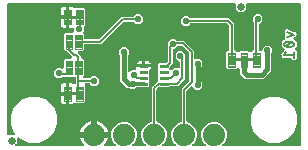
<source format=gbl>
G04 EAGLE Gerber RS-274X export*
G75*
%MOMM*%
%FSLAX34Y34*%
%LPD*%
%INBottom Copper*%
%IPPOS*%
%AMOC8*
5,1,8,0,0,1.08239X$1,22.5*%
G01*
%ADD10C,0.203200*%
%ADD11C,0.635000*%
%ADD12C,0.099059*%
%ADD13C,0.102000*%
%ADD14C,0.101600*%
%ADD15C,1.879600*%
%ADD16C,0.558800*%
%ADD17C,0.406400*%
%ADD18C,0.304800*%
%ADD19C,0.152400*%

G36*
X66296Y2812D02*
X66296Y2812D01*
X66434Y2825D01*
X66453Y2832D01*
X66473Y2835D01*
X66602Y2886D01*
X66733Y2933D01*
X66750Y2944D01*
X66768Y2952D01*
X66881Y3033D01*
X66996Y3112D01*
X67010Y3127D01*
X67026Y3138D01*
X67115Y3246D01*
X67207Y3350D01*
X67216Y3368D01*
X67229Y3383D01*
X67288Y3509D01*
X67351Y3634D01*
X67356Y3653D01*
X67364Y3671D01*
X67390Y3808D01*
X67421Y3944D01*
X67420Y3964D01*
X67424Y3983D01*
X67415Y4122D01*
X67411Y4262D01*
X67405Y4281D01*
X67404Y4301D01*
X67361Y4433D01*
X67322Y4567D01*
X67312Y4584D01*
X67306Y4603D01*
X67231Y4721D01*
X67161Y4841D01*
X67142Y4862D01*
X67136Y4872D01*
X67121Y4886D01*
X67116Y4892D01*
X65989Y6443D01*
X65136Y8117D01*
X64555Y9904D01*
X64515Y10161D01*
X74930Y10161D01*
X75048Y10176D01*
X75167Y10183D01*
X75205Y10196D01*
X75245Y10201D01*
X75356Y10244D01*
X75469Y10281D01*
X75503Y10303D01*
X75541Y10318D01*
X75637Y10388D01*
X75738Y10451D01*
X75766Y10481D01*
X75798Y10504D01*
X75874Y10596D01*
X75956Y10683D01*
X75975Y10718D01*
X76001Y10749D01*
X76052Y10857D01*
X76109Y10961D01*
X76120Y11001D01*
X76137Y11037D01*
X76159Y11154D01*
X76189Y11269D01*
X76193Y11330D01*
X76197Y11350D01*
X76195Y11370D01*
X76199Y11430D01*
X76199Y12701D01*
X76201Y12701D01*
X76201Y11430D01*
X76216Y11312D01*
X76223Y11193D01*
X76236Y11155D01*
X76241Y11114D01*
X76285Y11004D01*
X76321Y10891D01*
X76343Y10856D01*
X76358Y10819D01*
X76428Y10723D01*
X76491Y10622D01*
X76521Y10594D01*
X76545Y10561D01*
X76636Y10486D01*
X76723Y10404D01*
X76758Y10384D01*
X76790Y10359D01*
X76897Y10308D01*
X77002Y10250D01*
X77041Y10240D01*
X77077Y10223D01*
X77194Y10201D01*
X77309Y10171D01*
X77370Y10167D01*
X77390Y10163D01*
X77410Y10165D01*
X77470Y10161D01*
X87885Y10161D01*
X87845Y9904D01*
X87264Y8117D01*
X86411Y6443D01*
X85248Y4842D01*
X85239Y4826D01*
X85171Y4745D01*
X85163Y4726D01*
X85151Y4711D01*
X85095Y4583D01*
X85036Y4457D01*
X85032Y4437D01*
X85024Y4419D01*
X85002Y4281D01*
X84976Y4144D01*
X84977Y4125D01*
X84974Y4105D01*
X84987Y3966D01*
X84996Y3827D01*
X85002Y3808D01*
X85004Y3788D01*
X85051Y3657D01*
X85094Y3525D01*
X85105Y3508D01*
X85111Y3489D01*
X85189Y3374D01*
X85264Y3256D01*
X85279Y3242D01*
X85290Y3226D01*
X85394Y3134D01*
X85496Y3038D01*
X85513Y3028D01*
X85528Y3015D01*
X85652Y2952D01*
X85774Y2884D01*
X85794Y2879D01*
X85811Y2870D01*
X85947Y2840D01*
X86082Y2805D01*
X86110Y2803D01*
X86122Y2801D01*
X86142Y2801D01*
X86243Y2795D01*
X93353Y2795D01*
X93491Y2812D01*
X93630Y2825D01*
X93649Y2832D01*
X93669Y2835D01*
X93798Y2886D01*
X93929Y2933D01*
X93946Y2944D01*
X93964Y2952D01*
X94077Y3033D01*
X94192Y3111D01*
X94205Y3127D01*
X94222Y3138D01*
X94311Y3246D01*
X94402Y3350D01*
X94412Y3368D01*
X94425Y3383D01*
X94484Y3509D01*
X94547Y3633D01*
X94551Y3653D01*
X94560Y3671D01*
X94586Y3808D01*
X94617Y3943D01*
X94616Y3964D01*
X94620Y3983D01*
X94611Y4122D01*
X94607Y4261D01*
X94601Y4281D01*
X94600Y4301D01*
X94557Y4433D01*
X94519Y4567D01*
X94508Y4584D01*
X94502Y4603D01*
X94427Y4721D01*
X94357Y4841D01*
X94339Y4862D01*
X94332Y4872D01*
X94317Y4886D01*
X94251Y4961D01*
X92555Y6657D01*
X90931Y10578D01*
X90931Y14822D01*
X92555Y18743D01*
X95557Y21745D01*
X99478Y23369D01*
X103722Y23369D01*
X107643Y21745D01*
X110645Y18743D01*
X112269Y14822D01*
X112269Y10578D01*
X110645Y6657D01*
X108949Y4961D01*
X108864Y4852D01*
X108775Y4745D01*
X108767Y4726D01*
X108754Y4710D01*
X108699Y4582D01*
X108640Y4457D01*
X108636Y4437D01*
X108628Y4418D01*
X108606Y4280D01*
X108580Y4144D01*
X108581Y4124D01*
X108578Y4104D01*
X108591Y3965D01*
X108600Y3827D01*
X108606Y3808D01*
X108608Y3788D01*
X108655Y3656D01*
X108698Y3525D01*
X108709Y3507D01*
X108716Y3488D01*
X108794Y3373D01*
X108868Y3256D01*
X108883Y3242D01*
X108894Y3225D01*
X108998Y3133D01*
X109100Y3038D01*
X109117Y3028D01*
X109133Y3015D01*
X109257Y2951D01*
X109378Y2884D01*
X109398Y2879D01*
X109416Y2870D01*
X109552Y2840D01*
X109686Y2805D01*
X109714Y2803D01*
X109726Y2800D01*
X109747Y2801D01*
X109847Y2795D01*
X118753Y2795D01*
X118891Y2812D01*
X119030Y2825D01*
X119049Y2832D01*
X119069Y2835D01*
X119198Y2886D01*
X119329Y2933D01*
X119346Y2944D01*
X119364Y2952D01*
X119477Y3033D01*
X119592Y3111D01*
X119605Y3127D01*
X119622Y3138D01*
X119711Y3246D01*
X119802Y3350D01*
X119812Y3368D01*
X119825Y3383D01*
X119884Y3509D01*
X119947Y3633D01*
X119951Y3653D01*
X119960Y3671D01*
X119986Y3808D01*
X120017Y3943D01*
X120016Y3964D01*
X120020Y3983D01*
X120011Y4122D01*
X120007Y4261D01*
X120001Y4281D01*
X120000Y4301D01*
X119957Y4433D01*
X119919Y4567D01*
X119908Y4584D01*
X119902Y4603D01*
X119827Y4721D01*
X119757Y4841D01*
X119739Y4862D01*
X119732Y4872D01*
X119717Y4886D01*
X119651Y4961D01*
X117955Y6657D01*
X116331Y10578D01*
X116331Y14822D01*
X117955Y18743D01*
X120957Y21745D01*
X124184Y23081D01*
X124209Y23096D01*
X124237Y23105D01*
X124347Y23174D01*
X124460Y23239D01*
X124481Y23259D01*
X124506Y23275D01*
X124595Y23370D01*
X124688Y23460D01*
X124704Y23485D01*
X124724Y23507D01*
X124787Y23620D01*
X124855Y23731D01*
X124863Y23759D01*
X124878Y23785D01*
X124910Y23911D01*
X124948Y24035D01*
X124950Y24065D01*
X124957Y24093D01*
X124967Y24254D01*
X124967Y52951D01*
X125027Y52986D01*
X125048Y53004D01*
X125058Y53011D01*
X125072Y53026D01*
X125147Y53092D01*
X130068Y58012D01*
X130128Y58090D01*
X130196Y58163D01*
X130225Y58216D01*
X130262Y58263D01*
X130302Y58354D01*
X130350Y58441D01*
X130365Y58500D01*
X130389Y58555D01*
X130404Y58653D01*
X130429Y58749D01*
X130435Y58849D01*
X130439Y58869D01*
X130437Y58882D01*
X130439Y58910D01*
X130439Y62636D01*
X130466Y62666D01*
X130484Y62702D01*
X130509Y62734D01*
X130557Y62843D01*
X130611Y62949D01*
X130619Y62989D01*
X130635Y63026D01*
X130654Y63144D01*
X130680Y63259D01*
X130679Y63300D01*
X130685Y63340D01*
X130674Y63459D01*
X130670Y63577D01*
X130659Y63616D01*
X130655Y63656D01*
X130615Y63769D01*
X130582Y63883D01*
X130562Y63918D01*
X130548Y63956D01*
X130481Y64054D01*
X130439Y64125D01*
X130439Y67636D01*
X130466Y67666D01*
X130484Y67702D01*
X130509Y67734D01*
X130557Y67843D01*
X130611Y67949D01*
X130619Y67989D01*
X130635Y68026D01*
X130654Y68144D01*
X130680Y68259D01*
X130679Y68300D01*
X130685Y68340D01*
X130674Y68459D01*
X130670Y68577D01*
X130659Y68616D01*
X130655Y68656D01*
X130615Y68769D01*
X130582Y68883D01*
X130562Y68918D01*
X130548Y68956D01*
X130481Y69054D01*
X130439Y69125D01*
X130439Y72608D01*
X131482Y73651D01*
X137306Y73651D01*
X137404Y73663D01*
X137503Y73666D01*
X137562Y73683D01*
X137622Y73691D01*
X137714Y73727D01*
X137809Y73755D01*
X137861Y73785D01*
X137917Y73808D01*
X137998Y73866D01*
X138083Y73916D01*
X138158Y73982D01*
X138175Y73994D01*
X138183Y74004D01*
X138204Y74022D01*
X138312Y74130D01*
X138372Y74209D01*
X138440Y74281D01*
X138469Y74334D01*
X138506Y74382D01*
X138546Y74472D01*
X138594Y74559D01*
X138609Y74618D01*
X138633Y74673D01*
X138648Y74771D01*
X138673Y74867D01*
X138679Y74967D01*
X138683Y74987D01*
X138681Y75000D01*
X138683Y75028D01*
X138683Y91092D01*
X141064Y93473D01*
X144432Y93473D01*
X145330Y92574D01*
X145408Y92514D01*
X145480Y92446D01*
X145533Y92417D01*
X145581Y92380D01*
X145672Y92340D01*
X145759Y92292D01*
X145817Y92277D01*
X145873Y92253D01*
X145971Y92238D01*
X146067Y92213D01*
X146167Y92207D01*
X146187Y92203D01*
X146199Y92205D01*
X146227Y92203D01*
X152480Y92203D01*
X154042Y90640D01*
X159220Y85462D01*
X160783Y83900D01*
X160783Y77724D01*
X160798Y77606D01*
X160805Y77487D01*
X160818Y77449D01*
X160823Y77408D01*
X160866Y77298D01*
X160903Y77185D01*
X160925Y77150D01*
X160940Y77113D01*
X161009Y77017D01*
X161073Y76916D01*
X161103Y76888D01*
X161126Y76855D01*
X161218Y76779D01*
X161305Y76698D01*
X161340Y76678D01*
X161371Y76653D01*
X161479Y76602D01*
X161583Y76544D01*
X161623Y76534D01*
X161659Y76517D01*
X161776Y76495D01*
X161891Y76465D01*
X161951Y76461D01*
X161971Y76457D01*
X161992Y76459D01*
X162052Y76455D01*
X165514Y76455D01*
X167895Y74074D01*
X167895Y70706D01*
X167504Y70316D01*
X167444Y70238D01*
X167376Y70166D01*
X167347Y70113D01*
X167310Y70065D01*
X167270Y69974D01*
X167222Y69887D01*
X167207Y69829D01*
X167183Y69773D01*
X167168Y69675D01*
X167143Y69579D01*
X167137Y69479D01*
X167133Y69459D01*
X167135Y69447D01*
X167133Y69419D01*
X167133Y57581D01*
X167145Y57483D01*
X167148Y57384D01*
X167165Y57326D01*
X167173Y57266D01*
X167209Y57174D01*
X167237Y57079D01*
X167267Y57027D01*
X167290Y56970D01*
X167348Y56890D01*
X167398Y56805D01*
X167464Y56729D01*
X167476Y56713D01*
X167486Y56705D01*
X167504Y56684D01*
X167895Y56294D01*
X167895Y52926D01*
X165514Y50545D01*
X162146Y50545D01*
X159481Y53211D01*
X159396Y53277D01*
X159348Y53322D01*
X159337Y53328D01*
X159297Y53363D01*
X159261Y53381D01*
X159229Y53406D01*
X159120Y53453D01*
X159014Y53507D01*
X158975Y53516D01*
X158938Y53532D01*
X158820Y53551D01*
X158704Y53577D01*
X158663Y53576D01*
X158623Y53582D01*
X158505Y53571D01*
X158386Y53567D01*
X158347Y53556D01*
X158307Y53552D01*
X158195Y53512D01*
X158080Y53479D01*
X158046Y53458D01*
X158008Y53445D01*
X157909Y53378D01*
X157806Y53317D01*
X157761Y53277D01*
X157744Y53266D01*
X157731Y53251D01*
X157699Y53223D01*
X157697Y53221D01*
X157695Y53220D01*
X157686Y53211D01*
X154804Y50330D01*
X154744Y50252D01*
X154676Y50179D01*
X154647Y50126D01*
X154610Y50079D01*
X154570Y49988D01*
X154522Y49901D01*
X154507Y49842D01*
X154483Y49787D01*
X154468Y49689D01*
X154443Y49593D01*
X154437Y49493D01*
X154433Y49473D01*
X154435Y49460D01*
X154433Y49432D01*
X154433Y24254D01*
X154436Y24225D01*
X154434Y24195D01*
X154456Y24067D01*
X154473Y23938D01*
X154483Y23911D01*
X154488Y23882D01*
X154542Y23763D01*
X154590Y23643D01*
X154607Y23619D01*
X154619Y23592D01*
X154700Y23490D01*
X154776Y23385D01*
X154799Y23366D01*
X154818Y23343D01*
X154921Y23265D01*
X155021Y23182D01*
X155048Y23170D01*
X155072Y23152D01*
X155216Y23081D01*
X158443Y21745D01*
X161445Y18743D01*
X163069Y14822D01*
X163069Y10578D01*
X161445Y6657D01*
X159749Y4961D01*
X159664Y4852D01*
X159575Y4745D01*
X159567Y4726D01*
X159554Y4710D01*
X159499Y4582D01*
X159440Y4457D01*
X159436Y4437D01*
X159428Y4418D01*
X159406Y4280D01*
X159380Y4144D01*
X159381Y4124D01*
X159378Y4104D01*
X159391Y3965D01*
X159400Y3827D01*
X159406Y3808D01*
X159408Y3788D01*
X159455Y3656D01*
X159498Y3525D01*
X159509Y3507D01*
X159516Y3488D01*
X159594Y3373D01*
X159668Y3256D01*
X159683Y3242D01*
X159694Y3225D01*
X159798Y3133D01*
X159900Y3038D01*
X159917Y3028D01*
X159933Y3015D01*
X160057Y2951D01*
X160178Y2884D01*
X160198Y2879D01*
X160216Y2870D01*
X160352Y2840D01*
X160486Y2805D01*
X160514Y2803D01*
X160526Y2800D01*
X160547Y2801D01*
X160647Y2795D01*
X169553Y2795D01*
X169691Y2812D01*
X169830Y2825D01*
X169849Y2832D01*
X169869Y2835D01*
X169998Y2886D01*
X170129Y2933D01*
X170146Y2944D01*
X170164Y2952D01*
X170277Y3033D01*
X170392Y3111D01*
X170405Y3127D01*
X170422Y3138D01*
X170511Y3246D01*
X170602Y3350D01*
X170612Y3368D01*
X170625Y3383D01*
X170684Y3509D01*
X170747Y3633D01*
X170751Y3653D01*
X170760Y3671D01*
X170786Y3808D01*
X170817Y3943D01*
X170816Y3964D01*
X170820Y3983D01*
X170811Y4122D01*
X170807Y4261D01*
X170801Y4281D01*
X170800Y4301D01*
X170757Y4433D01*
X170719Y4567D01*
X170708Y4584D01*
X170702Y4603D01*
X170627Y4721D01*
X170557Y4841D01*
X170539Y4862D01*
X170532Y4872D01*
X170517Y4886D01*
X170451Y4961D01*
X168755Y6657D01*
X167131Y10578D01*
X167131Y14822D01*
X168755Y18743D01*
X171757Y21745D01*
X175678Y23369D01*
X179922Y23369D01*
X183843Y21745D01*
X186845Y18743D01*
X188469Y14822D01*
X188469Y10578D01*
X186845Y6657D01*
X185149Y4961D01*
X185064Y4852D01*
X184975Y4745D01*
X184967Y4726D01*
X184954Y4710D01*
X184899Y4582D01*
X184840Y4457D01*
X184836Y4437D01*
X184828Y4418D01*
X184806Y4280D01*
X184780Y4144D01*
X184781Y4124D01*
X184778Y4104D01*
X184791Y3965D01*
X184800Y3827D01*
X184806Y3808D01*
X184808Y3788D01*
X184855Y3656D01*
X184898Y3525D01*
X184909Y3507D01*
X184916Y3488D01*
X184994Y3373D01*
X185068Y3256D01*
X185083Y3242D01*
X185094Y3225D01*
X185198Y3133D01*
X185300Y3038D01*
X185317Y3028D01*
X185333Y3015D01*
X185457Y2951D01*
X185578Y2884D01*
X185598Y2879D01*
X185616Y2870D01*
X185752Y2840D01*
X185886Y2805D01*
X185914Y2803D01*
X185926Y2800D01*
X185947Y2801D01*
X186047Y2795D01*
X249936Y2795D01*
X250054Y2810D01*
X250173Y2817D01*
X250211Y2830D01*
X250252Y2835D01*
X250362Y2878D01*
X250475Y2915D01*
X250510Y2937D01*
X250547Y2952D01*
X250643Y3021D01*
X250744Y3085D01*
X250772Y3115D01*
X250805Y3138D01*
X250881Y3230D01*
X250962Y3317D01*
X250982Y3352D01*
X251007Y3383D01*
X251058Y3491D01*
X251116Y3595D01*
X251126Y3635D01*
X251143Y3671D01*
X251165Y3788D01*
X251195Y3903D01*
X251199Y3963D01*
X251203Y3983D01*
X251201Y4004D01*
X251205Y4064D01*
X251205Y122936D01*
X251190Y123054D01*
X251183Y123173D01*
X251170Y123211D01*
X251165Y123252D01*
X251122Y123362D01*
X251085Y123475D01*
X251063Y123510D01*
X251048Y123547D01*
X250979Y123643D01*
X250915Y123744D01*
X250885Y123772D01*
X250862Y123805D01*
X250770Y123881D01*
X250683Y123962D01*
X250648Y123982D01*
X250617Y124007D01*
X250509Y124058D01*
X250405Y124116D01*
X250365Y124126D01*
X250329Y124143D01*
X250212Y124165D01*
X250097Y124195D01*
X250037Y124199D01*
X250017Y124203D01*
X249996Y124201D01*
X249936Y124205D01*
X206375Y124205D01*
X206257Y124190D01*
X206138Y124183D01*
X206100Y124170D01*
X206059Y124165D01*
X205949Y124122D01*
X205836Y124085D01*
X205801Y124063D01*
X205764Y124048D01*
X205668Y123979D01*
X205567Y123915D01*
X205539Y123885D01*
X205506Y123862D01*
X205430Y123770D01*
X205349Y123683D01*
X205329Y123648D01*
X205304Y123617D01*
X205253Y123509D01*
X205195Y123405D01*
X205185Y123365D01*
X205168Y123329D01*
X205146Y123212D01*
X205116Y123097D01*
X205112Y123037D01*
X205108Y123017D01*
X205110Y122996D01*
X205106Y122936D01*
X205106Y118809D01*
X202501Y116204D01*
X198819Y116204D01*
X196214Y118809D01*
X196214Y122936D01*
X196199Y123054D01*
X196192Y123173D01*
X196179Y123211D01*
X196174Y123252D01*
X196131Y123362D01*
X196094Y123475D01*
X196072Y123510D01*
X196057Y123547D01*
X195988Y123643D01*
X195924Y123744D01*
X195894Y123772D01*
X195871Y123805D01*
X195779Y123881D01*
X195692Y123962D01*
X195657Y123982D01*
X195626Y124007D01*
X195518Y124058D01*
X195414Y124116D01*
X195374Y124126D01*
X195338Y124143D01*
X195221Y124165D01*
X195106Y124195D01*
X195046Y124199D01*
X195026Y124203D01*
X195005Y124201D01*
X194945Y124205D01*
X4064Y124205D01*
X3946Y124190D01*
X3827Y124183D01*
X3789Y124170D01*
X3748Y124165D01*
X3638Y124122D01*
X3525Y124085D01*
X3490Y124063D01*
X3453Y124048D01*
X3357Y123979D01*
X3256Y123915D01*
X3228Y123885D01*
X3195Y123862D01*
X3119Y123770D01*
X3038Y123683D01*
X3018Y123648D01*
X2993Y123617D01*
X2942Y123509D01*
X2884Y123405D01*
X2874Y123365D01*
X2857Y123329D01*
X2835Y123212D01*
X2805Y123097D01*
X2801Y123037D01*
X2797Y123017D01*
X2799Y122996D01*
X2795Y122936D01*
X2795Y13335D01*
X2810Y13217D01*
X2817Y13098D01*
X2830Y13060D01*
X2835Y13019D01*
X2878Y12909D01*
X2915Y12796D01*
X2937Y12761D01*
X2952Y12724D01*
X3021Y12628D01*
X3085Y12527D01*
X3115Y12499D01*
X3138Y12466D01*
X3230Y12390D01*
X3317Y12309D01*
X3352Y12289D01*
X3383Y12264D01*
X3491Y12213D01*
X3595Y12155D01*
X3635Y12145D01*
X3671Y12128D01*
X3788Y12106D01*
X3903Y12076D01*
X3963Y12072D01*
X3983Y12068D01*
X4004Y12070D01*
X4064Y12066D01*
X8010Y12066D01*
X8148Y12083D01*
X8286Y12096D01*
X8305Y12103D01*
X8325Y12106D01*
X8454Y12157D01*
X8586Y12204D01*
X8602Y12215D01*
X8621Y12223D01*
X8734Y12304D01*
X8849Y12382D01*
X8862Y12398D01*
X8878Y12409D01*
X8967Y12517D01*
X9059Y12621D01*
X9068Y12639D01*
X9081Y12654D01*
X9140Y12780D01*
X9204Y12904D01*
X9208Y12924D01*
X9217Y12942D01*
X9243Y13079D01*
X9273Y13214D01*
X9273Y13235D01*
X9277Y13254D01*
X9268Y13393D01*
X9264Y13532D01*
X9258Y13552D01*
X9257Y13572D01*
X9214Y13704D01*
X9175Y13838D01*
X9165Y13855D01*
X9159Y13874D01*
X9084Y13992D01*
X9014Y14112D01*
X8995Y14133D01*
X8989Y14143D01*
X8974Y14157D01*
X8907Y14233D01*
X8819Y14321D01*
X5841Y21509D01*
X5841Y29291D01*
X8819Y36479D01*
X14321Y41981D01*
X21509Y44959D01*
X29291Y44959D01*
X36479Y41981D01*
X41981Y36479D01*
X44959Y29291D01*
X44959Y21509D01*
X41981Y14321D01*
X36479Y8819D01*
X29290Y5841D01*
X21509Y5841D01*
X14321Y8819D01*
X12962Y10177D01*
X12853Y10262D01*
X12746Y10351D01*
X12727Y10360D01*
X12711Y10372D01*
X12584Y10427D01*
X12458Y10487D01*
X12438Y10491D01*
X12419Y10499D01*
X12281Y10521D01*
X12145Y10547D01*
X12125Y10545D01*
X12105Y10548D01*
X11966Y10535D01*
X11828Y10527D01*
X11809Y10521D01*
X11789Y10519D01*
X11657Y10471D01*
X11526Y10429D01*
X11508Y10418D01*
X11489Y10411D01*
X11374Y10333D01*
X11257Y10259D01*
X11243Y10244D01*
X11226Y10232D01*
X11134Y10128D01*
X11039Y10027D01*
X11029Y10009D01*
X11016Y9994D01*
X10952Y9870D01*
X10885Y9748D01*
X10880Y9729D01*
X10871Y9711D01*
X10841Y9575D01*
X10806Y9441D01*
X10804Y9412D01*
X10801Y9400D01*
X10802Y9380D01*
X10796Y9280D01*
X10796Y5778D01*
X9979Y4961D01*
X9894Y4852D01*
X9805Y4745D01*
X9796Y4726D01*
X9784Y4710D01*
X9729Y4583D01*
X9669Y4457D01*
X9665Y4437D01*
X9657Y4418D01*
X9635Y4280D01*
X9609Y4144D01*
X9611Y4124D01*
X9608Y4104D01*
X9621Y3965D01*
X9629Y3827D01*
X9635Y3808D01*
X9637Y3788D01*
X9685Y3656D01*
X9727Y3525D01*
X9738Y3507D01*
X9745Y3488D01*
X9823Y3373D01*
X9897Y3256D01*
X9912Y3242D01*
X9924Y3225D01*
X10028Y3133D01*
X10129Y3038D01*
X10147Y3028D01*
X10162Y3015D01*
X10286Y2952D01*
X10408Y2884D01*
X10427Y2879D01*
X10445Y2870D01*
X10581Y2840D01*
X10715Y2805D01*
X10744Y2803D01*
X10756Y2800D01*
X10776Y2801D01*
X10876Y2795D01*
X66157Y2795D01*
X66296Y2812D01*
G37*
%LPC*%
G36*
X55371Y38607D02*
X55371Y38607D01*
X55371Y46165D01*
X65913Y46165D01*
X65932Y46177D01*
X65954Y46181D01*
X65961Y46196D01*
X65970Y46202D01*
X65969Y46212D01*
X65976Y46228D01*
X65976Y48768D01*
X65964Y48787D01*
X65960Y48809D01*
X65945Y48816D01*
X65939Y48825D01*
X65929Y48824D01*
X65913Y48831D01*
X55371Y48831D01*
X55371Y56389D01*
X56927Y56389D01*
X57700Y56182D01*
X58392Y55782D01*
X58792Y55382D01*
X58902Y55296D01*
X59009Y55208D01*
X59028Y55199D01*
X59044Y55187D01*
X59172Y55131D01*
X59297Y55072D01*
X59317Y55068D01*
X59336Y55060D01*
X59474Y55038D01*
X59610Y55012D01*
X59630Y55014D01*
X59650Y55010D01*
X59789Y55023D01*
X59927Y55032D01*
X59946Y55038D01*
X59966Y55040D01*
X60097Y55087D01*
X60229Y55130D01*
X60247Y55141D01*
X60266Y55148D01*
X60380Y55226D01*
X60498Y55300D01*
X60512Y55315D01*
X60529Y55326D01*
X60621Y55430D01*
X60716Y55532D01*
X60726Y55550D01*
X60739Y55565D01*
X60802Y55689D01*
X60870Y55810D01*
X60875Y55830D01*
X60884Y55848D01*
X60914Y55984D01*
X60949Y56118D01*
X60951Y56146D01*
X60954Y56158D01*
X60953Y56179D01*
X60959Y56279D01*
X60959Y60706D01*
X60944Y60824D01*
X60937Y60943D01*
X60924Y60981D01*
X60919Y61022D01*
X60876Y61132D01*
X60839Y61245D01*
X60817Y61280D01*
X60802Y61317D01*
X60733Y61413D01*
X60669Y61514D01*
X60639Y61542D01*
X60616Y61575D01*
X60524Y61651D01*
X60437Y61732D01*
X60402Y61752D01*
X60371Y61777D01*
X60263Y61828D01*
X60159Y61886D01*
X60119Y61896D01*
X60083Y61913D01*
X59966Y61935D01*
X59851Y61965D01*
X59791Y61969D01*
X59771Y61973D01*
X59750Y61971D01*
X59690Y61975D01*
X59476Y61975D01*
X59465Y61980D01*
X59359Y62034D01*
X59320Y62043D01*
X59283Y62059D01*
X59165Y62078D01*
X59049Y62104D01*
X59008Y62103D01*
X58968Y62109D01*
X58850Y62098D01*
X58731Y62094D01*
X58692Y62083D01*
X58652Y62079D01*
X58540Y62039D01*
X58425Y62006D01*
X58391Y61985D01*
X58362Y61975D01*
X49961Y61975D01*
X49863Y61963D01*
X49764Y61960D01*
X49706Y61943D01*
X49646Y61935D01*
X49554Y61899D01*
X49459Y61871D01*
X49407Y61841D01*
X49350Y61818D01*
X49270Y61760D01*
X49185Y61710D01*
X49109Y61644D01*
X49093Y61632D01*
X49085Y61622D01*
X49064Y61604D01*
X48166Y60705D01*
X44798Y60705D01*
X42417Y63086D01*
X42417Y66454D01*
X44798Y68835D01*
X48166Y68835D01*
X48251Y68749D01*
X48361Y68664D01*
X48468Y68575D01*
X48487Y68566D01*
X48503Y68554D01*
X48631Y68499D01*
X48756Y68439D01*
X48776Y68436D01*
X48795Y68428D01*
X48933Y68406D01*
X49069Y68380D01*
X49089Y68381D01*
X49109Y68378D01*
X49248Y68391D01*
X49386Y68399D01*
X49405Y68406D01*
X49425Y68408D01*
X49557Y68455D01*
X49688Y68497D01*
X49705Y68508D01*
X49725Y68515D01*
X49840Y68593D01*
X49957Y68668D01*
X49971Y68682D01*
X49988Y68694D01*
X50080Y68798D01*
X50175Y68899D01*
X50185Y68917D01*
X50198Y68932D01*
X50262Y69056D01*
X50329Y69178D01*
X50334Y69197D01*
X50343Y69215D01*
X50373Y69351D01*
X50408Y69486D01*
X50410Y69514D01*
X50413Y69526D01*
X50412Y69546D01*
X50418Y69646D01*
X50418Y76175D01*
X51460Y77217D01*
X56338Y77217D01*
X56476Y77234D01*
X56614Y77247D01*
X56633Y77254D01*
X56653Y77257D01*
X56783Y77308D01*
X56913Y77355D01*
X56930Y77366D01*
X56949Y77374D01*
X57061Y77455D01*
X57176Y77533D01*
X57190Y77549D01*
X57206Y77560D01*
X57295Y77668D01*
X57387Y77772D01*
X57396Y77790D01*
X57409Y77805D01*
X57468Y77931D01*
X57531Y78055D01*
X57536Y78075D01*
X57545Y78093D01*
X57571Y78230D01*
X57601Y78365D01*
X57601Y78386D01*
X57604Y78405D01*
X57596Y78544D01*
X57591Y78683D01*
X57586Y78703D01*
X57585Y78723D01*
X57542Y78855D01*
X57503Y78989D01*
X57493Y79006D01*
X57487Y79025D01*
X57412Y79143D01*
X57342Y79263D01*
X57323Y79284D01*
X57316Y79294D01*
X57301Y79308D01*
X57235Y79384D01*
X56571Y80048D01*
X53171Y83448D01*
X53093Y83508D01*
X53021Y83576D01*
X52968Y83605D01*
X52920Y83642D01*
X52829Y83682D01*
X52742Y83730D01*
X52684Y83745D01*
X52628Y83769D01*
X52530Y83784D01*
X52434Y83809D01*
X52334Y83815D01*
X52314Y83819D01*
X52302Y83817D01*
X52274Y83819D01*
X51460Y83819D01*
X50418Y84861D01*
X50418Y98019D01*
X51460Y99061D01*
X57912Y99061D01*
X58030Y99076D01*
X58149Y99083D01*
X58187Y99096D01*
X58228Y99101D01*
X58338Y99144D01*
X58451Y99181D01*
X58486Y99203D01*
X58523Y99218D01*
X58619Y99287D01*
X58720Y99351D01*
X58748Y99381D01*
X58781Y99404D01*
X58857Y99496D01*
X58938Y99583D01*
X58958Y99618D01*
X58983Y99649D01*
X59034Y99757D01*
X59092Y99861D01*
X59102Y99901D01*
X59119Y99937D01*
X59141Y100054D01*
X59171Y100169D01*
X59175Y100229D01*
X59179Y100249D01*
X59177Y100270D01*
X59181Y100330D01*
X59181Y102327D01*
X59166Y102452D01*
X59156Y102577D01*
X59146Y102609D01*
X59141Y102643D01*
X59095Y102759D01*
X59055Y102879D01*
X59037Y102907D01*
X59024Y102938D01*
X58951Y103040D01*
X58882Y103145D01*
X58857Y103168D01*
X58838Y103196D01*
X58741Y103276D01*
X58648Y103361D01*
X58619Y103377D01*
X58593Y103398D01*
X58479Y103452D01*
X58368Y103512D01*
X58335Y103520D01*
X58305Y103534D01*
X58181Y103558D01*
X58059Y103588D01*
X58026Y103587D01*
X57993Y103594D01*
X57867Y103586D01*
X57741Y103585D01*
X57693Y103575D01*
X57675Y103574D01*
X57655Y103567D01*
X57583Y103553D01*
X56927Y103377D01*
X55371Y103377D01*
X55371Y110935D01*
X65913Y110935D01*
X65932Y110947D01*
X65954Y110951D01*
X65961Y110966D01*
X65970Y110972D01*
X65969Y110982D01*
X65976Y110998D01*
X65976Y113538D01*
X65964Y113557D01*
X65960Y113579D01*
X65945Y113586D01*
X65939Y113595D01*
X65929Y113594D01*
X65913Y113601D01*
X55371Y113601D01*
X55371Y121159D01*
X56927Y121159D01*
X57700Y120952D01*
X58392Y120552D01*
X58928Y120016D01*
X59023Y119942D01*
X59112Y119864D01*
X59148Y119845D01*
X59180Y119821D01*
X59289Y119773D01*
X59395Y119719D01*
X59434Y119710D01*
X59472Y119694D01*
X59589Y119676D01*
X59705Y119649D01*
X59746Y119651D01*
X59786Y119644D01*
X59904Y119656D01*
X60023Y119659D01*
X60062Y119670D01*
X60102Y119674D01*
X60214Y119714D01*
X60329Y119748D01*
X60364Y119768D01*
X60402Y119782D01*
X60500Y119849D01*
X60568Y119889D01*
X67673Y119889D01*
X68708Y118854D01*
X68708Y105682D01*
X67682Y104657D01*
X67622Y104578D01*
X67554Y104506D01*
X67525Y104453D01*
X67488Y104405D01*
X67448Y104314D01*
X67400Y104228D01*
X67385Y104169D01*
X67361Y104113D01*
X67346Y104015D01*
X67321Y103920D01*
X67315Y103820D01*
X67311Y103799D01*
X67313Y103787D01*
X67311Y103759D01*
X67311Y100170D01*
X67196Y100056D01*
X67123Y99961D01*
X67044Y99872D01*
X67026Y99836D01*
X67001Y99804D01*
X66954Y99695D01*
X66900Y99589D01*
X66891Y99550D01*
X66875Y99512D01*
X66856Y99395D01*
X66830Y99279D01*
X66831Y99238D01*
X66825Y99198D01*
X66836Y99079D01*
X66840Y98961D01*
X66851Y98922D01*
X66855Y98882D01*
X66895Y98770D01*
X66928Y98655D01*
X66949Y98620D01*
X66962Y98582D01*
X67029Y98484D01*
X67090Y98381D01*
X67129Y98336D01*
X67141Y98319D01*
X67156Y98306D01*
X67196Y98261D01*
X67438Y98019D01*
X67438Y94742D01*
X67453Y94624D01*
X67460Y94505D01*
X67473Y94467D01*
X67478Y94426D01*
X67521Y94316D01*
X67558Y94203D01*
X67580Y94168D01*
X67595Y94131D01*
X67664Y94035D01*
X67728Y93934D01*
X67758Y93906D01*
X67781Y93873D01*
X67873Y93797D01*
X67960Y93716D01*
X67995Y93696D01*
X68026Y93671D01*
X68134Y93620D01*
X68238Y93562D01*
X68278Y93552D01*
X68314Y93535D01*
X68431Y93513D01*
X68546Y93483D01*
X68606Y93479D01*
X68626Y93475D01*
X68647Y93477D01*
X68707Y93473D01*
X79912Y93473D01*
X80010Y93485D01*
X80109Y93488D01*
X80168Y93505D01*
X80228Y93513D01*
X80320Y93549D01*
X80415Y93577D01*
X80467Y93607D01*
X80523Y93630D01*
X80604Y93688D01*
X80689Y93738D01*
X80764Y93804D01*
X80781Y93816D01*
X80789Y93826D01*
X80810Y93844D01*
X99488Y112523D01*
X109043Y112523D01*
X109141Y112535D01*
X109240Y112538D01*
X109298Y112555D01*
X109358Y112563D01*
X109450Y112599D01*
X109545Y112627D01*
X109597Y112657D01*
X109654Y112680D01*
X109734Y112738D01*
X109819Y112788D01*
X109895Y112854D01*
X109911Y112866D01*
X109919Y112876D01*
X109940Y112894D01*
X111600Y114555D01*
X114968Y114555D01*
X117349Y112174D01*
X117349Y108806D01*
X114968Y106425D01*
X111600Y106425D01*
X109940Y108086D01*
X109862Y108146D01*
X109790Y108214D01*
X109737Y108243D01*
X109689Y108280D01*
X109598Y108320D01*
X109511Y108368D01*
X109453Y108383D01*
X109397Y108407D01*
X109299Y108422D01*
X109203Y108447D01*
X109103Y108453D01*
X109083Y108457D01*
X109071Y108455D01*
X109043Y108457D01*
X101698Y108457D01*
X101600Y108445D01*
X101501Y108442D01*
X101442Y108425D01*
X101382Y108417D01*
X101290Y108381D01*
X101195Y108353D01*
X101143Y108323D01*
X101087Y108300D01*
X101006Y108242D01*
X100921Y108192D01*
X100846Y108126D01*
X100829Y108114D01*
X100821Y108104D01*
X100800Y108086D01*
X82122Y89407D01*
X68707Y89407D01*
X68589Y89392D01*
X68470Y89385D01*
X68432Y89372D01*
X68391Y89367D01*
X68281Y89324D01*
X68168Y89287D01*
X68133Y89265D01*
X68096Y89250D01*
X68000Y89181D01*
X67899Y89117D01*
X67871Y89087D01*
X67838Y89064D01*
X67762Y88972D01*
X67681Y88885D01*
X67661Y88850D01*
X67636Y88819D01*
X67585Y88711D01*
X67527Y88607D01*
X67517Y88567D01*
X67500Y88531D01*
X67478Y88414D01*
X67448Y88299D01*
X67444Y88239D01*
X67440Y88219D01*
X67442Y88198D01*
X67438Y88138D01*
X67438Y84861D01*
X66396Y83819D01*
X63852Y83819D01*
X63714Y83802D01*
X63575Y83789D01*
X63556Y83782D01*
X63536Y83779D01*
X63407Y83728D01*
X63276Y83681D01*
X63259Y83670D01*
X63240Y83662D01*
X63128Y83581D01*
X63013Y83503D01*
X63000Y83487D01*
X62983Y83476D01*
X62894Y83368D01*
X62802Y83264D01*
X62793Y83246D01*
X62780Y83231D01*
X62721Y83105D01*
X62658Y82981D01*
X62653Y82961D01*
X62645Y82943D01*
X62619Y82806D01*
X62588Y82671D01*
X62589Y82650D01*
X62585Y82631D01*
X62594Y82492D01*
X62598Y82353D01*
X62603Y82333D01*
X62605Y82313D01*
X62647Y82181D01*
X62686Y82047D01*
X62697Y82030D01*
X62703Y82011D01*
X62777Y81893D01*
X62848Y81773D01*
X62866Y81752D01*
X62873Y81742D01*
X62888Y81728D01*
X62954Y81652D01*
X63619Y80988D01*
X65025Y79582D01*
X65025Y78486D01*
X65040Y78368D01*
X65047Y78249D01*
X65060Y78211D01*
X65065Y78170D01*
X65108Y78060D01*
X65145Y77947D01*
X65167Y77912D01*
X65182Y77875D01*
X65251Y77779D01*
X65315Y77678D01*
X65345Y77650D01*
X65368Y77617D01*
X65460Y77541D01*
X65547Y77460D01*
X65582Y77440D01*
X65613Y77415D01*
X65721Y77364D01*
X65825Y77306D01*
X65865Y77296D01*
X65901Y77279D01*
X66018Y77257D01*
X66133Y77227D01*
X66193Y77223D01*
X66213Y77219D01*
X66234Y77221D01*
X66294Y77217D01*
X66396Y77217D01*
X67438Y76175D01*
X67438Y63017D01*
X67040Y62619D01*
X66955Y62510D01*
X66866Y62403D01*
X66857Y62384D01*
X66845Y62368D01*
X66790Y62240D01*
X66731Y62115D01*
X66727Y62095D01*
X66719Y62076D01*
X66697Y61938D01*
X66671Y61802D01*
X66672Y61782D01*
X66669Y61762D01*
X66682Y61623D01*
X66691Y61485D01*
X66697Y61466D01*
X66699Y61446D01*
X66746Y61315D01*
X66789Y61183D01*
X66799Y61165D01*
X66806Y61146D01*
X66884Y61032D01*
X66959Y60914D01*
X66973Y60900D01*
X66985Y60883D01*
X67089Y60791D01*
X67190Y60696D01*
X67208Y60686D01*
X67223Y60673D01*
X67347Y60610D01*
X67469Y60542D01*
X67488Y60537D01*
X67506Y60528D01*
X67642Y60498D01*
X67777Y60463D01*
X67805Y60461D01*
X67817Y60458D01*
X67837Y60459D01*
X67937Y60453D01*
X71959Y60453D01*
X72057Y60465D01*
X72156Y60468D01*
X72214Y60485D01*
X72274Y60493D01*
X72366Y60529D01*
X72461Y60557D01*
X72513Y60587D01*
X72570Y60610D01*
X72650Y60668D01*
X72735Y60718D01*
X72811Y60784D01*
X72827Y60796D01*
X72835Y60806D01*
X72856Y60824D01*
X74516Y62485D01*
X77884Y62485D01*
X80265Y60104D01*
X80265Y56736D01*
X77884Y54355D01*
X74516Y54355D01*
X72856Y56016D01*
X72778Y56076D01*
X72706Y56144D01*
X72653Y56173D01*
X72605Y56210D01*
X72514Y56250D01*
X72427Y56298D01*
X72369Y56313D01*
X72313Y56337D01*
X72215Y56352D01*
X72119Y56377D01*
X72019Y56383D01*
X71999Y56387D01*
X71987Y56385D01*
X71959Y56387D01*
X69469Y56387D01*
X69331Y56370D01*
X69193Y56357D01*
X69174Y56350D01*
X69153Y56347D01*
X69024Y56296D01*
X68893Y56249D01*
X68877Y56238D01*
X68858Y56230D01*
X68745Y56149D01*
X68630Y56071D01*
X68617Y56055D01*
X68600Y56044D01*
X68511Y55936D01*
X68420Y55832D01*
X68411Y55814D01*
X68398Y55799D01*
X68338Y55673D01*
X68275Y55549D01*
X68271Y55529D01*
X68262Y55511D01*
X68236Y55375D01*
X68205Y55239D01*
X68206Y55218D01*
X68202Y55199D01*
X68211Y55060D01*
X68215Y54921D01*
X68221Y54901D01*
X68222Y54881D01*
X68265Y54749D01*
X68303Y54615D01*
X68314Y54598D01*
X68320Y54579D01*
X68394Y54461D01*
X68465Y54341D01*
X68484Y54320D01*
X68490Y54310D01*
X68505Y54296D01*
X68571Y54220D01*
X68708Y54084D01*
X68708Y40912D01*
X67673Y39877D01*
X60569Y39877D01*
X60540Y39902D01*
X60504Y39921D01*
X60472Y39945D01*
X60363Y39993D01*
X60257Y40047D01*
X60218Y40056D01*
X60180Y40072D01*
X60063Y40090D01*
X59947Y40117D01*
X59906Y40115D01*
X59866Y40122D01*
X59748Y40110D01*
X59629Y40107D01*
X59590Y40096D01*
X59550Y40092D01*
X59438Y40052D01*
X59323Y40018D01*
X59288Y39998D01*
X59250Y39984D01*
X59152Y39917D01*
X59049Y39857D01*
X59004Y39817D01*
X58987Y39806D01*
X58974Y39790D01*
X58929Y39750D01*
X58392Y39214D01*
X57700Y38814D01*
X56927Y38607D01*
X55371Y38607D01*
G37*
%LPD*%
%LPC*%
G36*
X204118Y60197D02*
X204118Y60197D01*
X199897Y64418D01*
X199897Y67818D01*
X199885Y67916D01*
X199882Y68015D01*
X199865Y68073D01*
X199857Y68134D01*
X199821Y68226D01*
X199793Y68321D01*
X199763Y68373D01*
X199740Y68429D01*
X199682Y68509D01*
X199632Y68595D01*
X199566Y68670D01*
X199554Y68687D01*
X199544Y68694D01*
X199526Y68715D01*
X198891Y69351D01*
X198796Y69424D01*
X198707Y69502D01*
X198671Y69521D01*
X198639Y69545D01*
X198530Y69593D01*
X198424Y69647D01*
X198385Y69656D01*
X198347Y69672D01*
X198230Y69691D01*
X198114Y69717D01*
X198073Y69715D01*
X198033Y69722D01*
X197915Y69711D01*
X197796Y69707D01*
X197757Y69696D01*
X197717Y69692D01*
X197605Y69652D01*
X197490Y69618D01*
X197455Y69598D01*
X197417Y69584D01*
X197319Y69518D01*
X197216Y69457D01*
X197171Y69417D01*
X197154Y69406D01*
X197141Y69390D01*
X197096Y69351D01*
X196324Y68579D01*
X189248Y68579D01*
X188213Y69614D01*
X188213Y82786D01*
X189248Y83821D01*
X189484Y83821D01*
X189602Y83836D01*
X189721Y83843D01*
X189759Y83856D01*
X189800Y83861D01*
X189910Y83904D01*
X190023Y83941D01*
X190058Y83963D01*
X190095Y83978D01*
X190191Y84047D01*
X190292Y84111D01*
X190320Y84141D01*
X190353Y84164D01*
X190429Y84256D01*
X190510Y84343D01*
X190530Y84378D01*
X190555Y84409D01*
X190606Y84517D01*
X190664Y84621D01*
X190674Y84661D01*
X190691Y84697D01*
X190713Y84814D01*
X190743Y84929D01*
X190747Y84989D01*
X190751Y85009D01*
X190749Y85030D01*
X190753Y85090D01*
X190753Y104296D01*
X190741Y104394D01*
X190738Y104493D01*
X190721Y104552D01*
X190713Y104612D01*
X190677Y104704D01*
X190649Y104799D01*
X190619Y104851D01*
X190596Y104907D01*
X190538Y104988D01*
X190488Y105073D01*
X190422Y105148D01*
X190410Y105165D01*
X190400Y105173D01*
X190382Y105194D01*
X188760Y106816D01*
X188681Y106876D01*
X188609Y106944D01*
X188556Y106973D01*
X188508Y107010D01*
X188418Y107050D01*
X188331Y107098D01*
X188272Y107113D01*
X188217Y107137D01*
X188119Y107152D01*
X188023Y107177D01*
X187923Y107183D01*
X187903Y107187D01*
X187890Y107185D01*
X187862Y107187D01*
X158165Y107187D01*
X158067Y107175D01*
X157968Y107172D01*
X157910Y107155D01*
X157850Y107147D01*
X157758Y107111D01*
X157663Y107083D01*
X157611Y107053D01*
X157554Y107030D01*
X157474Y106972D01*
X157389Y106922D01*
X157313Y106856D01*
X157297Y106844D01*
X157289Y106834D01*
X157268Y106816D01*
X155608Y105155D01*
X152240Y105155D01*
X149859Y107536D01*
X149859Y110904D01*
X152240Y113285D01*
X155608Y113285D01*
X157268Y111624D01*
X157346Y111564D01*
X157418Y111496D01*
X157471Y111467D01*
X157519Y111430D01*
X157610Y111390D01*
X157697Y111342D01*
X157755Y111327D01*
X157811Y111303D01*
X157909Y111288D01*
X158005Y111263D01*
X158105Y111257D01*
X158125Y111253D01*
X158137Y111255D01*
X158165Y111253D01*
X190072Y111253D01*
X194819Y106506D01*
X194819Y85090D01*
X194834Y84972D01*
X194841Y84853D01*
X194854Y84815D01*
X194859Y84774D01*
X194902Y84664D01*
X194939Y84551D01*
X194961Y84516D01*
X194976Y84479D01*
X195045Y84383D01*
X195109Y84282D01*
X195139Y84254D01*
X195162Y84221D01*
X195254Y84145D01*
X195341Y84064D01*
X195376Y84044D01*
X195407Y84019D01*
X195515Y83968D01*
X195619Y83910D01*
X195659Y83900D01*
X195695Y83883D01*
X195812Y83861D01*
X195927Y83831D01*
X195987Y83827D01*
X196007Y83823D01*
X196028Y83825D01*
X196088Y83821D01*
X196324Y83821D01*
X197096Y83049D01*
X197190Y82976D01*
X197279Y82898D01*
X197315Y82879D01*
X197347Y82855D01*
X197456Y82807D01*
X197562Y82753D01*
X197601Y82744D01*
X197639Y82728D01*
X197756Y82709D01*
X197872Y82683D01*
X197913Y82685D01*
X197953Y82678D01*
X198071Y82689D01*
X198190Y82693D01*
X198229Y82704D01*
X198269Y82708D01*
X198381Y82748D01*
X198496Y82782D01*
X198531Y82802D01*
X198569Y82816D01*
X198667Y82883D01*
X198770Y82943D01*
X198815Y82983D01*
X198832Y82994D01*
X198845Y83010D01*
X198891Y83049D01*
X199662Y83821D01*
X206738Y83821D01*
X207510Y83049D01*
X207604Y82976D01*
X207693Y82898D01*
X207729Y82879D01*
X207761Y82855D01*
X207870Y82807D01*
X207976Y82753D01*
X208015Y82744D01*
X208053Y82728D01*
X208170Y82709D01*
X208286Y82683D01*
X208327Y82685D01*
X208367Y82678D01*
X208485Y82689D01*
X208604Y82693D01*
X208643Y82704D01*
X208683Y82708D01*
X208795Y82748D01*
X208910Y82782D01*
X208945Y82802D01*
X208983Y82816D01*
X209081Y82883D01*
X209184Y82943D01*
X209229Y82983D01*
X209246Y82994D01*
X209259Y83010D01*
X209305Y83049D01*
X210076Y83821D01*
X210312Y83821D01*
X210430Y83836D01*
X210549Y83843D01*
X210587Y83856D01*
X210628Y83861D01*
X210738Y83904D01*
X210851Y83941D01*
X210886Y83963D01*
X210923Y83978D01*
X211019Y84047D01*
X211120Y84111D01*
X211148Y84141D01*
X211181Y84164D01*
X211257Y84256D01*
X211338Y84343D01*
X211358Y84378D01*
X211383Y84409D01*
X211434Y84517D01*
X211492Y84621D01*
X211502Y84661D01*
X211519Y84697D01*
X211541Y84814D01*
X211571Y84929D01*
X211575Y84989D01*
X211579Y85009D01*
X211577Y85030D01*
X211581Y85090D01*
X211581Y107265D01*
X211569Y107363D01*
X211566Y107462D01*
X211549Y107520D01*
X211541Y107580D01*
X211505Y107672D01*
X211477Y107767D01*
X211447Y107820D01*
X211424Y107876D01*
X211366Y107956D01*
X211316Y108041D01*
X211250Y108117D01*
X211238Y108133D01*
X211228Y108141D01*
X211209Y108162D01*
X210565Y108806D01*
X210565Y112174D01*
X212946Y114555D01*
X216314Y114555D01*
X218695Y112174D01*
X218695Y108806D01*
X216018Y106130D01*
X215958Y106052D01*
X215890Y105980D01*
X215861Y105927D01*
X215824Y105879D01*
X215784Y105788D01*
X215736Y105701D01*
X215721Y105643D01*
X215697Y105587D01*
X215682Y105489D01*
X215657Y105393D01*
X215651Y105293D01*
X215647Y105273D01*
X215649Y105261D01*
X215647Y105233D01*
X215647Y85090D01*
X215662Y84972D01*
X215669Y84853D01*
X215682Y84815D01*
X215687Y84774D01*
X215730Y84664D01*
X215767Y84551D01*
X215789Y84516D01*
X215804Y84479D01*
X215873Y84383D01*
X215937Y84282D01*
X215967Y84254D01*
X215990Y84221D01*
X216082Y84145D01*
X216169Y84064D01*
X216204Y84044D01*
X216235Y84019D01*
X216343Y83968D01*
X216447Y83910D01*
X216487Y83900D01*
X216523Y83883D01*
X216640Y83861D01*
X216755Y83831D01*
X216815Y83827D01*
X216835Y83823D01*
X216856Y83825D01*
X216916Y83821D01*
X217678Y83821D01*
X217771Y83833D01*
X217866Y83835D01*
X217890Y83841D01*
X217915Y83843D01*
X217954Y83856D01*
X217994Y83861D01*
X218081Y83895D01*
X218172Y83921D01*
X218194Y83933D01*
X218217Y83941D01*
X218252Y83963D01*
X218289Y83978D01*
X218365Y84033D01*
X218448Y84081D01*
X218465Y84098D01*
X218486Y84111D01*
X218514Y84141D01*
X218547Y84164D01*
X218606Y84237D01*
X218674Y84304D01*
X218687Y84325D01*
X218704Y84343D01*
X218724Y84378D01*
X218749Y84409D01*
X218789Y84495D01*
X218839Y84576D01*
X218846Y84600D01*
X218858Y84621D01*
X218868Y84661D01*
X218885Y84697D01*
X218903Y84790D01*
X218930Y84881D01*
X218931Y84905D01*
X218937Y84929D01*
X218941Y84990D01*
X218945Y85009D01*
X218943Y85030D01*
X218947Y85090D01*
X218947Y85758D01*
X221328Y88139D01*
X224696Y88139D01*
X227077Y85758D01*
X227077Y82390D01*
X226686Y82000D01*
X226626Y81922D01*
X226558Y81850D01*
X226529Y81797D01*
X226492Y81749D01*
X226452Y81658D01*
X226404Y81571D01*
X226389Y81513D01*
X226365Y81457D01*
X226350Y81359D01*
X226325Y81263D01*
X226319Y81163D01*
X226315Y81143D01*
X226317Y81131D01*
X226315Y81103D01*
X226315Y66958D01*
X219554Y60197D01*
X204118Y60197D01*
G37*
%LPD*%
%LPC*%
G36*
X224709Y5841D02*
X224709Y5841D01*
X217521Y8819D01*
X212019Y14321D01*
X209041Y21509D01*
X209041Y29291D01*
X212019Y36479D01*
X217521Y41981D01*
X224709Y44959D01*
X232491Y44959D01*
X239679Y41981D01*
X245181Y36479D01*
X248159Y29291D01*
X248159Y21509D01*
X245181Y14321D01*
X239679Y8819D01*
X232491Y5841D01*
X224709Y5841D01*
G37*
%LPD*%
G36*
X144291Y2812D02*
X144291Y2812D01*
X144430Y2825D01*
X144449Y2832D01*
X144469Y2835D01*
X144598Y2886D01*
X144729Y2933D01*
X144746Y2944D01*
X144764Y2952D01*
X144877Y3033D01*
X144992Y3111D01*
X145005Y3127D01*
X145022Y3138D01*
X145111Y3246D01*
X145202Y3350D01*
X145212Y3368D01*
X145225Y3383D01*
X145284Y3509D01*
X145347Y3633D01*
X145351Y3653D01*
X145360Y3671D01*
X145386Y3808D01*
X145417Y3943D01*
X145416Y3964D01*
X145420Y3983D01*
X145411Y4122D01*
X145407Y4261D01*
X145401Y4281D01*
X145400Y4301D01*
X145357Y4433D01*
X145319Y4567D01*
X145308Y4584D01*
X145302Y4603D01*
X145227Y4721D01*
X145157Y4841D01*
X145139Y4862D01*
X145132Y4872D01*
X145117Y4886D01*
X145051Y4961D01*
X143355Y6657D01*
X141731Y10578D01*
X141731Y14822D01*
X143355Y18743D01*
X146357Y21745D01*
X149584Y23081D01*
X149609Y23096D01*
X149637Y23105D01*
X149747Y23174D01*
X149860Y23239D01*
X149881Y23259D01*
X149906Y23275D01*
X149995Y23370D01*
X150088Y23460D01*
X150104Y23485D01*
X150124Y23507D01*
X150187Y23620D01*
X150255Y23731D01*
X150263Y23759D01*
X150278Y23785D01*
X150310Y23911D01*
X150348Y24035D01*
X150350Y24065D01*
X150357Y24093D01*
X150367Y24254D01*
X150367Y51642D01*
X151930Y53204D01*
X156346Y57620D01*
X156406Y57698D01*
X156474Y57771D01*
X156503Y57824D01*
X156540Y57871D01*
X156580Y57962D01*
X156628Y58049D01*
X156643Y58108D01*
X156667Y58163D01*
X156682Y58261D01*
X156707Y58357D01*
X156713Y58457D01*
X156717Y58477D01*
X156715Y58490D01*
X156717Y58518D01*
X156717Y81690D01*
X156705Y81788D01*
X156702Y81888D01*
X156685Y81946D01*
X156677Y82006D01*
X156641Y82098D01*
X156613Y82193D01*
X156583Y82245D01*
X156560Y82302D01*
X156502Y82382D01*
X156452Y82467D01*
X156386Y82542D01*
X156374Y82559D01*
X156364Y82567D01*
X156346Y82588D01*
X151168Y87766D01*
X151090Y87826D01*
X151017Y87894D01*
X150964Y87923D01*
X150917Y87960D01*
X150826Y88000D01*
X150739Y88048D01*
X150680Y88063D01*
X150625Y88087D01*
X150527Y88102D01*
X150431Y88127D01*
X150331Y88133D01*
X150311Y88137D01*
X150298Y88135D01*
X150270Y88137D01*
X147751Y88137D01*
X147653Y88125D01*
X147554Y88122D01*
X147496Y88105D01*
X147436Y88097D01*
X147344Y88061D01*
X147249Y88033D01*
X147197Y88003D01*
X147140Y87980D01*
X147060Y87922D01*
X146975Y87872D01*
X146899Y87806D01*
X146883Y87794D01*
X146875Y87784D01*
X146854Y87766D01*
X144432Y85343D01*
X144018Y85343D01*
X143900Y85328D01*
X143781Y85321D01*
X143743Y85308D01*
X143702Y85303D01*
X143592Y85260D01*
X143479Y85223D01*
X143444Y85201D01*
X143407Y85186D01*
X143311Y85117D01*
X143210Y85053D01*
X143182Y85023D01*
X143149Y85000D01*
X143073Y84908D01*
X142992Y84821D01*
X142972Y84786D01*
X142947Y84755D01*
X142896Y84647D01*
X142838Y84543D01*
X142828Y84503D01*
X142811Y84467D01*
X142789Y84350D01*
X142759Y84235D01*
X142755Y84175D01*
X142751Y84155D01*
X142753Y84134D01*
X142749Y84074D01*
X142749Y72818D01*
X140552Y70622D01*
X140492Y70543D01*
X140424Y70471D01*
X140395Y70418D01*
X140358Y70370D01*
X140318Y70280D01*
X140270Y70193D01*
X140255Y70134D01*
X140231Y70079D01*
X140216Y69981D01*
X140191Y69885D01*
X140185Y69785D01*
X140181Y69765D01*
X140183Y69752D01*
X140181Y69724D01*
X140181Y69124D01*
X140154Y69094D01*
X140136Y69058D01*
X140111Y69026D01*
X140064Y68917D01*
X140009Y68811D01*
X140001Y68772D01*
X139985Y68734D01*
X139966Y68617D01*
X139940Y68501D01*
X139941Y68460D01*
X139935Y68420D01*
X139946Y68302D01*
X139949Y68183D01*
X139961Y68144D01*
X139965Y68104D01*
X140005Y67992D01*
X140038Y67877D01*
X140058Y67843D01*
X140072Y67804D01*
X140139Y67706D01*
X140199Y67603D01*
X140239Y67558D01*
X140251Y67541D01*
X140266Y67528D01*
X140306Y67483D01*
X140381Y67407D01*
X140476Y67334D01*
X140565Y67255D01*
X140601Y67237D01*
X140633Y67212D01*
X140742Y67165D01*
X140848Y67111D01*
X140887Y67102D01*
X140925Y67086D01*
X141042Y67067D01*
X141158Y67041D01*
X141199Y67042D01*
X141239Y67036D01*
X141357Y67047D01*
X141476Y67051D01*
X141515Y67062D01*
X141555Y67066D01*
X141667Y67106D01*
X141782Y67139D01*
X141816Y67159D01*
X141855Y67173D01*
X141953Y67240D01*
X142056Y67300D01*
X142101Y67340D01*
X142118Y67352D01*
X142131Y67367D01*
X142176Y67407D01*
X143858Y69089D01*
X147574Y69089D01*
X147692Y69104D01*
X147811Y69111D01*
X147849Y69124D01*
X147890Y69129D01*
X148000Y69172D01*
X148113Y69209D01*
X148148Y69231D01*
X148185Y69246D01*
X148281Y69315D01*
X148382Y69379D01*
X148410Y69409D01*
X148443Y69432D01*
X148519Y69524D01*
X148600Y69611D01*
X148620Y69646D01*
X148645Y69677D01*
X148696Y69785D01*
X148754Y69889D01*
X148764Y69929D01*
X148781Y69965D01*
X148803Y70082D01*
X148833Y70197D01*
X148837Y70257D01*
X148841Y70277D01*
X148839Y70298D01*
X148843Y70358D01*
X148843Y73914D01*
X148828Y74032D01*
X148821Y74151D01*
X148808Y74189D01*
X148803Y74230D01*
X148760Y74340D01*
X148723Y74453D01*
X148701Y74488D01*
X148686Y74525D01*
X148617Y74621D01*
X148553Y74722D01*
X148523Y74750D01*
X148500Y74783D01*
X148408Y74859D01*
X148321Y74940D01*
X148286Y74960D01*
X148255Y74985D01*
X148147Y75036D01*
X148043Y75094D01*
X148003Y75104D01*
X147967Y75121D01*
X147850Y75143D01*
X147735Y75173D01*
X147675Y75177D01*
X145287Y77564D01*
X145287Y80932D01*
X147668Y83313D01*
X151036Y83313D01*
X153417Y80932D01*
X153417Y77564D01*
X153280Y77428D01*
X153220Y77350D01*
X153152Y77278D01*
X153123Y77225D01*
X153086Y77177D01*
X153046Y77086D01*
X152998Y76999D01*
X152983Y76941D01*
X152959Y76885D01*
X152944Y76787D01*
X152919Y76691D01*
X152913Y76591D01*
X152909Y76571D01*
X152911Y76559D01*
X152909Y76531D01*
X152909Y59864D01*
X151346Y58302D01*
X146892Y53847D01*
X140401Y53847D01*
X140303Y53835D01*
X140204Y53832D01*
X140146Y53815D01*
X140086Y53807D01*
X139994Y53771D01*
X139899Y53743D01*
X139846Y53713D01*
X139790Y53690D01*
X139710Y53632D01*
X139625Y53582D01*
X139549Y53516D01*
X139533Y53504D01*
X139525Y53494D01*
X139504Y53476D01*
X139138Y53109D01*
X131440Y53109D01*
X131342Y53097D01*
X131242Y53094D01*
X131184Y53077D01*
X131124Y53069D01*
X131032Y53033D01*
X130937Y53005D01*
X130885Y52975D01*
X130828Y52952D01*
X130748Y52894D01*
X130663Y52844D01*
X130588Y52778D01*
X130571Y52766D01*
X130563Y52756D01*
X130542Y52737D01*
X129404Y51600D01*
X129344Y51522D01*
X129276Y51449D01*
X129247Y51396D01*
X129210Y51348D01*
X129170Y51258D01*
X129122Y51171D01*
X129107Y51112D01*
X129083Y51057D01*
X129068Y50959D01*
X129043Y50863D01*
X129037Y50763D01*
X129033Y50743D01*
X129035Y50730D01*
X129033Y50702D01*
X129033Y24254D01*
X129036Y24225D01*
X129034Y24195D01*
X129056Y24067D01*
X129073Y23938D01*
X129083Y23911D01*
X129088Y23882D01*
X129142Y23763D01*
X129190Y23643D01*
X129207Y23619D01*
X129219Y23592D01*
X129300Y23490D01*
X129376Y23385D01*
X129399Y23366D01*
X129418Y23343D01*
X129521Y23265D01*
X129621Y23182D01*
X129648Y23170D01*
X129672Y23152D01*
X129816Y23081D01*
X133043Y21745D01*
X136045Y18743D01*
X137669Y14822D01*
X137669Y10578D01*
X136045Y6657D01*
X134349Y4961D01*
X134264Y4852D01*
X134175Y4745D01*
X134167Y4726D01*
X134154Y4710D01*
X134099Y4582D01*
X134040Y4457D01*
X134036Y4437D01*
X134028Y4418D01*
X134006Y4280D01*
X133980Y4144D01*
X133981Y4124D01*
X133978Y4104D01*
X133991Y3965D01*
X134000Y3827D01*
X134006Y3808D01*
X134008Y3788D01*
X134055Y3656D01*
X134098Y3525D01*
X134109Y3507D01*
X134116Y3488D01*
X134194Y3373D01*
X134268Y3256D01*
X134283Y3242D01*
X134294Y3225D01*
X134398Y3133D01*
X134500Y3038D01*
X134517Y3028D01*
X134533Y3015D01*
X134657Y2951D01*
X134778Y2884D01*
X134798Y2879D01*
X134816Y2870D01*
X134952Y2840D01*
X135086Y2805D01*
X135114Y2803D01*
X135126Y2800D01*
X135147Y2801D01*
X135247Y2795D01*
X144153Y2795D01*
X144291Y2812D01*
G37*
%LPC*%
G36*
X107282Y51815D02*
X107282Y51815D01*
X106892Y52206D01*
X106814Y52266D01*
X106742Y52334D01*
X106689Y52363D01*
X106641Y52400D01*
X106550Y52440D01*
X106463Y52488D01*
X106405Y52503D01*
X106349Y52527D01*
X106251Y52542D01*
X106155Y52567D01*
X106055Y52573D01*
X106035Y52577D01*
X106023Y52575D01*
X105995Y52577D01*
X104296Y52577D01*
X98297Y58576D01*
X98297Y79579D01*
X98285Y79677D01*
X98282Y79776D01*
X98265Y79834D01*
X98257Y79894D01*
X98221Y79986D01*
X98193Y80081D01*
X98163Y80134D01*
X98140Y80190D01*
X98082Y80270D01*
X98032Y80355D01*
X97966Y80431D01*
X97954Y80447D01*
X97944Y80455D01*
X97925Y80476D01*
X97535Y80866D01*
X97535Y84234D01*
X99916Y86615D01*
X103284Y86615D01*
X105665Y84234D01*
X105665Y80866D01*
X105275Y80476D01*
X105214Y80398D01*
X105146Y80326D01*
X105117Y80273D01*
X105080Y80225D01*
X105040Y80134D01*
X104992Y80047D01*
X104977Y79989D01*
X104953Y79933D01*
X104938Y79835D01*
X104913Y79739D01*
X104907Y79639D01*
X104903Y79619D01*
X104905Y79607D01*
X104903Y79579D01*
X104903Y67233D01*
X104920Y67095D01*
X104933Y66957D01*
X104940Y66938D01*
X104943Y66918D01*
X104994Y66789D01*
X105041Y66658D01*
X105052Y66641D01*
X105060Y66622D01*
X105141Y66510D01*
X105219Y66395D01*
X105235Y66381D01*
X105246Y66365D01*
X105354Y66276D01*
X105458Y66184D01*
X105476Y66175D01*
X105491Y66162D01*
X105617Y66103D01*
X105741Y66040D01*
X105761Y66035D01*
X105779Y66026D01*
X105916Y66000D01*
X106051Y65970D01*
X106072Y65970D01*
X106091Y65967D01*
X106230Y65975D01*
X106369Y65980D01*
X106389Y65985D01*
X106409Y65986D01*
X106541Y66029D01*
X106675Y66068D01*
X106692Y66078D01*
X106711Y66084D01*
X106829Y66159D01*
X106949Y66229D01*
X106970Y66248D01*
X106980Y66255D01*
X106994Y66270D01*
X107069Y66336D01*
X108298Y67565D01*
X110831Y67565D01*
X110956Y67581D01*
X111081Y67590D01*
X111113Y67600D01*
X111146Y67605D01*
X111263Y67651D01*
X111382Y67691D01*
X111411Y67709D01*
X111442Y67722D01*
X111543Y67795D01*
X111649Y67864D01*
X111672Y67889D01*
X111699Y67908D01*
X111780Y68005D01*
X111865Y68098D01*
X111880Y68127D01*
X111902Y68153D01*
X111956Y68267D01*
X112015Y68378D01*
X112023Y68411D01*
X112038Y68441D01*
X112061Y68564D01*
X112091Y68687D01*
X112091Y68720D01*
X112097Y68753D01*
X112090Y68879D01*
X112088Y69005D01*
X112079Y69053D01*
X112078Y69071D01*
X112071Y69091D01*
X112057Y69163D01*
X111969Y69488D01*
X111969Y69611D01*
X118110Y69611D01*
X124251Y69611D01*
X124251Y69488D01*
X124043Y68712D01*
X123641Y68017D01*
X123352Y67728D01*
X123292Y67650D01*
X123224Y67578D01*
X123195Y67525D01*
X123158Y67477D01*
X123118Y67386D01*
X123070Y67299D01*
X123055Y67241D01*
X123031Y67185D01*
X123016Y67087D01*
X122991Y66991D01*
X122985Y66891D01*
X122981Y66871D01*
X122983Y66859D01*
X122981Y66831D01*
X122981Y64124D01*
X122954Y64094D01*
X122936Y64058D01*
X122911Y64026D01*
X122863Y63917D01*
X122809Y63811D01*
X122801Y63771D01*
X122785Y63734D01*
X122766Y63616D01*
X122740Y63501D01*
X122741Y63460D01*
X122735Y63420D01*
X122746Y63301D01*
X122750Y63183D01*
X122761Y63144D01*
X122765Y63104D01*
X122805Y62991D01*
X122838Y62877D01*
X122858Y62842D01*
X122872Y62804D01*
X122939Y62706D01*
X122981Y62635D01*
X122981Y59124D01*
X122954Y59094D01*
X122936Y59058D01*
X122911Y59026D01*
X122863Y58917D01*
X122809Y58811D01*
X122801Y58771D01*
X122785Y58734D01*
X122766Y58616D01*
X122740Y58501D01*
X122741Y58460D01*
X122735Y58420D01*
X122746Y58301D01*
X122750Y58183D01*
X122761Y58144D01*
X122765Y58104D01*
X122805Y57991D01*
X122838Y57877D01*
X122858Y57842D01*
X122872Y57804D01*
X122939Y57706D01*
X122981Y57635D01*
X122981Y54114D01*
X122921Y54079D01*
X122900Y54060D01*
X122890Y54053D01*
X122876Y54038D01*
X122801Y53972D01*
X121938Y53109D01*
X119817Y53109D01*
X119719Y53097D01*
X119620Y53094D01*
X119590Y53085D01*
X112445Y53085D01*
X112347Y53073D01*
X112248Y53070D01*
X112190Y53053D01*
X112130Y53045D01*
X112038Y53009D01*
X111943Y52981D01*
X111891Y52951D01*
X111834Y52928D01*
X111754Y52870D01*
X111669Y52820D01*
X111593Y52754D01*
X111577Y52742D01*
X111569Y52732D01*
X111548Y52714D01*
X110650Y51815D01*
X107282Y51815D01*
G37*
%LPD*%
%LPC*%
G36*
X244417Y75590D02*
X244417Y75590D01*
X242990Y77017D01*
X242957Y77118D01*
X242935Y77152D01*
X242920Y77190D01*
X242851Y77286D01*
X242787Y77386D01*
X242757Y77414D01*
X242734Y77447D01*
X242642Y77523D01*
X242555Y77604D01*
X242520Y77624D01*
X242489Y77650D01*
X242381Y77700D01*
X242277Y77758D01*
X242237Y77768D01*
X242201Y77785D01*
X242084Y77808D01*
X241969Y77837D01*
X241909Y77841D01*
X241889Y77845D01*
X241868Y77844D01*
X241808Y77848D01*
X237433Y77848D01*
X237419Y77846D01*
X237293Y77840D01*
X236474Y77749D01*
X236457Y77758D01*
X236351Y77785D01*
X235758Y78378D01*
X235747Y78387D01*
X235654Y78472D01*
X235010Y78987D01*
X235005Y79005D01*
X234949Y79099D01*
X234949Y79937D01*
X234947Y79952D01*
X234942Y80077D01*
X234851Y80897D01*
X234860Y80913D01*
X234887Y81019D01*
X235480Y81612D01*
X235489Y81623D01*
X235573Y81717D01*
X237285Y83856D01*
X237295Y83872D01*
X237308Y83886D01*
X237378Y84008D01*
X237451Y84127D01*
X237456Y84145D01*
X237466Y84162D01*
X237503Y84297D01*
X237544Y84431D01*
X237545Y84450D01*
X237550Y84468D01*
X237552Y84608D01*
X237559Y84749D01*
X237555Y84768D01*
X237555Y84786D01*
X237523Y84922D01*
X237494Y85060D01*
X237486Y85077D01*
X237482Y85096D01*
X237416Y85219D01*
X237354Y85346D01*
X237342Y85360D01*
X237333Y85377D01*
X237239Y85481D01*
X237148Y85588D01*
X237132Y85598D01*
X237120Y85613D01*
X237002Y85690D01*
X236888Y85770D01*
X236870Y85777D01*
X236854Y85788D01*
X236705Y85849D01*
X236424Y85946D01*
X234949Y88010D01*
X234949Y90547D01*
X236424Y92611D01*
X237155Y92861D01*
X237257Y92911D01*
X237363Y92954D01*
X237400Y92981D01*
X237441Y93001D01*
X237527Y93075D01*
X237619Y93143D01*
X237648Y93178D01*
X237682Y93208D01*
X237748Y93301D01*
X237820Y93389D01*
X237839Y93431D01*
X237865Y93468D01*
X237906Y93575D01*
X237953Y93678D01*
X237961Y93723D01*
X237978Y93766D01*
X237990Y93879D01*
X238011Y93990D01*
X238008Y94036D01*
X238013Y94082D01*
X237997Y94194D01*
X237989Y94308D01*
X237971Y94375D01*
X237968Y94397D01*
X237961Y94414D01*
X237948Y94463D01*
X237476Y95877D01*
X238008Y96940D01*
X238018Y96968D01*
X238033Y96994D01*
X238070Y97118D01*
X238113Y97240D01*
X238116Y97270D01*
X238125Y97298D01*
X238130Y97428D01*
X238141Y97557D01*
X238136Y97586D01*
X238137Y97616D01*
X238110Y97743D01*
X238089Y97871D01*
X238077Y97898D01*
X238071Y97927D01*
X238008Y98075D01*
X237476Y99139D01*
X238075Y100936D01*
X239770Y101783D01*
X244963Y100052D01*
X244971Y100050D01*
X244980Y100046D01*
X245127Y100019D01*
X245275Y99990D01*
X245284Y99991D01*
X245292Y99989D01*
X245441Y99999D01*
X245489Y100002D01*
X246161Y99666D01*
X246170Y99663D01*
X246178Y99658D01*
X246327Y99597D01*
X247032Y99362D01*
X247056Y99326D01*
X247063Y99320D01*
X247068Y99313D01*
X247180Y99215D01*
X247216Y99183D01*
X247453Y98471D01*
X247458Y98462D01*
X247460Y98453D01*
X247522Y98304D01*
X247855Y97640D01*
X247846Y97597D01*
X247847Y97588D01*
X247845Y97579D01*
X247855Y97430D01*
X247858Y97383D01*
X247522Y96711D01*
X247519Y96702D01*
X247514Y96694D01*
X247453Y96545D01*
X247218Y95840D01*
X247182Y95816D01*
X247176Y95809D01*
X247169Y95804D01*
X247071Y95691D01*
X247039Y95656D01*
X246327Y95418D01*
X246318Y95414D01*
X246309Y95412D01*
X246161Y95349D01*
X245625Y95082D01*
X245514Y95008D01*
X245400Y94938D01*
X245382Y94919D01*
X245361Y94905D01*
X245272Y94806D01*
X245179Y94710D01*
X245166Y94687D01*
X245149Y94668D01*
X245087Y94550D01*
X245021Y94434D01*
X245014Y94409D01*
X245002Y94386D01*
X244972Y94256D01*
X244937Y94127D01*
X244936Y94101D01*
X244930Y94076D01*
X244934Y93942D01*
X244931Y93809D01*
X244937Y93784D01*
X244938Y93758D01*
X244974Y93630D01*
X245005Y93500D01*
X245017Y93477D01*
X245024Y93452D01*
X245091Y93337D01*
X245153Y93218D01*
X245171Y93199D01*
X245184Y93177D01*
X245277Y93082D01*
X245367Y92983D01*
X245389Y92969D01*
X245407Y92950D01*
X245521Y92881D01*
X245633Y92808D01*
X245666Y92794D01*
X245679Y92786D01*
X245699Y92780D01*
X245781Y92746D01*
X246176Y92610D01*
X247651Y90546D01*
X247651Y88010D01*
X246330Y86160D01*
X246323Y86148D01*
X246313Y86137D01*
X246247Y86008D01*
X246179Y85880D01*
X246175Y85866D01*
X246169Y85854D01*
X246137Y85712D01*
X246102Y85572D01*
X246102Y85557D01*
X246099Y85543D01*
X246103Y85398D01*
X246104Y85254D01*
X246108Y85240D01*
X246109Y85225D01*
X246149Y85086D01*
X246186Y84946D01*
X246193Y84934D01*
X246197Y84920D01*
X246270Y84795D01*
X246341Y84669D01*
X246351Y84658D01*
X246358Y84646D01*
X246465Y84525D01*
X247651Y83339D01*
X247651Y76929D01*
X246311Y75590D01*
X244417Y75590D01*
G37*
%LPD*%
G36*
X215538Y74879D02*
X215538Y74879D01*
X215560Y74883D01*
X215567Y74898D01*
X215576Y74904D01*
X215575Y74914D01*
X215582Y74930D01*
X215582Y77470D01*
X215570Y77489D01*
X215566Y77511D01*
X215551Y77518D01*
X215545Y77527D01*
X215535Y77526D01*
X215519Y77533D01*
X190881Y77533D01*
X190862Y77521D01*
X190840Y77517D01*
X190833Y77502D01*
X190824Y77496D01*
X190825Y77486D01*
X190818Y77470D01*
X190818Y74930D01*
X190830Y74911D01*
X190834Y74889D01*
X190849Y74882D01*
X190855Y74873D01*
X190865Y74874D01*
X190881Y74867D01*
X215519Y74867D01*
X215538Y74879D01*
G37*
%LPC*%
G36*
X78739Y15239D02*
X78739Y15239D01*
X78739Y24385D01*
X78996Y24345D01*
X80783Y23764D01*
X82457Y22911D01*
X83978Y21806D01*
X85306Y20478D01*
X86411Y18957D01*
X87264Y17283D01*
X87845Y15496D01*
X87885Y15239D01*
X78739Y15239D01*
G37*
%LPD*%
%LPC*%
G36*
X64515Y15239D02*
X64515Y15239D01*
X64555Y15496D01*
X65136Y17283D01*
X65989Y18957D01*
X67094Y20478D01*
X68422Y21806D01*
X69943Y22911D01*
X71617Y23764D01*
X73404Y24345D01*
X73661Y24385D01*
X73661Y15239D01*
X64515Y15239D01*
G37*
%LPD*%
%LPC*%
G36*
X47878Y113918D02*
X47878Y113918D01*
X47878Y118522D01*
X48085Y119295D01*
X48485Y119987D01*
X49050Y120552D01*
X49742Y120952D01*
X50515Y121159D01*
X52071Y121159D01*
X52071Y113918D01*
X47878Y113918D01*
G37*
%LPD*%
%LPC*%
G36*
X50515Y103377D02*
X50515Y103377D01*
X49742Y103584D01*
X49050Y103984D01*
X48485Y104549D01*
X48085Y105241D01*
X47878Y106014D01*
X47878Y110618D01*
X52071Y110618D01*
X52071Y103377D01*
X50515Y103377D01*
G37*
%LPD*%
%LPC*%
G36*
X47878Y49148D02*
X47878Y49148D01*
X47878Y53752D01*
X48085Y54525D01*
X48485Y55217D01*
X49050Y55782D01*
X49742Y56182D01*
X50515Y56389D01*
X52071Y56389D01*
X52071Y49148D01*
X47878Y49148D01*
G37*
%LPD*%
%LPC*%
G36*
X50515Y38607D02*
X50515Y38607D01*
X49742Y38814D01*
X49050Y39214D01*
X48485Y39779D01*
X48085Y40471D01*
X47878Y41244D01*
X47878Y45848D01*
X52071Y45848D01*
X52071Y38607D01*
X50515Y38607D01*
G37*
%LPD*%
%LPC*%
G36*
X119379Y72149D02*
X119379Y72149D01*
X119379Y74921D01*
X121602Y74921D01*
X122378Y74713D01*
X123073Y74311D01*
X123641Y73743D01*
X124043Y73048D01*
X124251Y72272D01*
X124251Y72149D01*
X119379Y72149D01*
G37*
%LPD*%
%LPC*%
G36*
X111969Y72149D02*
X111969Y72149D01*
X111969Y72272D01*
X112177Y73048D01*
X112579Y73743D01*
X113147Y74311D01*
X113842Y74713D01*
X114618Y74921D01*
X116841Y74921D01*
X116841Y72149D01*
X111969Y72149D01*
G37*
%LPD*%
D10*
X239945Y99314D02*
X245364Y97508D01*
X239945Y95702D01*
X241300Y91536D02*
X241140Y91534D01*
X240980Y91528D01*
X240821Y91519D01*
X240661Y91505D01*
X240502Y91488D01*
X240344Y91467D01*
X240186Y91443D01*
X240029Y91414D01*
X239872Y91382D01*
X239716Y91346D01*
X239561Y91306D01*
X239407Y91263D01*
X239255Y91216D01*
X239103Y91165D01*
X238952Y91111D01*
X238803Y91053D01*
X238656Y90992D01*
X238510Y90927D01*
X238365Y90859D01*
X238290Y90831D01*
X238217Y90800D01*
X238145Y90765D01*
X238075Y90727D01*
X238007Y90686D01*
X237941Y90641D01*
X237877Y90594D01*
X237815Y90543D01*
X237756Y90490D01*
X237700Y90433D01*
X237646Y90374D01*
X237595Y90313D01*
X237547Y90249D01*
X237502Y90183D01*
X237461Y90115D01*
X237423Y90045D01*
X237388Y89974D01*
X237356Y89900D01*
X237328Y89826D01*
X237304Y89750D01*
X237283Y89673D01*
X237266Y89595D01*
X237253Y89516D01*
X237244Y89437D01*
X237238Y89358D01*
X237236Y89278D01*
X237238Y89198D01*
X237244Y89119D01*
X237253Y89040D01*
X237266Y88961D01*
X237283Y88883D01*
X237304Y88806D01*
X237328Y88730D01*
X237356Y88656D01*
X237388Y88582D01*
X237423Y88511D01*
X237461Y88441D01*
X237502Y88373D01*
X237547Y88307D01*
X237595Y88243D01*
X237646Y88182D01*
X237700Y88123D01*
X237756Y88066D01*
X237815Y88013D01*
X237877Y87962D01*
X237941Y87915D01*
X238007Y87870D01*
X238075Y87829D01*
X238145Y87791D01*
X238217Y87756D01*
X238290Y87725D01*
X238365Y87697D01*
X238365Y87698D02*
X238510Y87630D01*
X238656Y87565D01*
X238803Y87504D01*
X238952Y87446D01*
X239103Y87392D01*
X239255Y87341D01*
X239407Y87294D01*
X239561Y87251D01*
X239716Y87211D01*
X239872Y87175D01*
X240029Y87143D01*
X240186Y87114D01*
X240344Y87090D01*
X240502Y87069D01*
X240661Y87052D01*
X240821Y87038D01*
X240980Y87029D01*
X241140Y87023D01*
X241300Y87021D01*
X241300Y91536D02*
X241460Y91534D01*
X241620Y91528D01*
X241779Y91519D01*
X241939Y91505D01*
X242098Y91488D01*
X242256Y91467D01*
X242414Y91443D01*
X242571Y91414D01*
X242728Y91382D01*
X242884Y91346D01*
X243039Y91306D01*
X243193Y91263D01*
X243345Y91216D01*
X243497Y91165D01*
X243648Y91111D01*
X243797Y91053D01*
X243944Y90992D01*
X244090Y90927D01*
X244235Y90859D01*
X244310Y90831D01*
X244383Y90800D01*
X244455Y90765D01*
X244525Y90727D01*
X244593Y90686D01*
X244659Y90641D01*
X244723Y90594D01*
X244785Y90543D01*
X244844Y90490D01*
X244900Y90433D01*
X244954Y90374D01*
X245005Y90313D01*
X245053Y90249D01*
X245098Y90183D01*
X245139Y90115D01*
X245177Y90045D01*
X245212Y89974D01*
X245244Y89900D01*
X245272Y89826D01*
X245296Y89750D01*
X245317Y89673D01*
X245334Y89595D01*
X245347Y89516D01*
X245356Y89437D01*
X245362Y89358D01*
X245364Y89278D01*
X244235Y87698D02*
X244090Y87630D01*
X243944Y87565D01*
X243797Y87504D01*
X243648Y87446D01*
X243497Y87392D01*
X243345Y87341D01*
X243193Y87294D01*
X243039Y87251D01*
X242884Y87211D01*
X242728Y87175D01*
X242571Y87143D01*
X242414Y87114D01*
X242256Y87090D01*
X242098Y87069D01*
X241939Y87052D01*
X241779Y87038D01*
X241620Y87029D01*
X241460Y87023D01*
X241300Y87021D01*
X244235Y87697D02*
X244310Y87725D01*
X244383Y87756D01*
X244455Y87791D01*
X244525Y87829D01*
X244593Y87870D01*
X244659Y87915D01*
X244723Y87962D01*
X244785Y88013D01*
X244844Y88066D01*
X244900Y88123D01*
X244954Y88182D01*
X245005Y88243D01*
X245053Y88307D01*
X245098Y88373D01*
X245139Y88441D01*
X245177Y88511D01*
X245212Y88582D01*
X245244Y88656D01*
X245272Y88730D01*
X245296Y88806D01*
X245317Y88883D01*
X245334Y88961D01*
X245347Y89040D01*
X245356Y89119D01*
X245362Y89198D01*
X245364Y89278D01*
X243558Y91084D02*
X239042Y87472D01*
X239042Y82392D02*
X237236Y80134D01*
X245364Y80134D01*
X245364Y77877D02*
X245364Y82392D01*
D11*
X200660Y120650D03*
X6350Y7620D03*
D12*
X210807Y82055D02*
X216421Y82055D01*
X216421Y70345D01*
X210807Y70345D01*
X210807Y82055D01*
X210807Y71286D02*
X216421Y71286D01*
X216421Y72227D02*
X210807Y72227D01*
X210807Y73168D02*
X216421Y73168D01*
X216421Y74109D02*
X210807Y74109D01*
X210807Y75050D02*
X216421Y75050D01*
X216421Y75991D02*
X210807Y75991D01*
X210807Y76932D02*
X216421Y76932D01*
X216421Y77873D02*
X210807Y77873D01*
X210807Y78814D02*
X216421Y78814D01*
X216421Y79755D02*
X210807Y79755D01*
X210807Y80696D02*
X216421Y80696D01*
X216421Y81637D02*
X210807Y81637D01*
X206007Y82055D02*
X200393Y82055D01*
X206007Y82055D02*
X206007Y70345D01*
X200393Y70345D01*
X200393Y82055D01*
X200393Y71286D02*
X206007Y71286D01*
X206007Y72227D02*
X200393Y72227D01*
X200393Y73168D02*
X206007Y73168D01*
X206007Y74109D02*
X200393Y74109D01*
X200393Y75050D02*
X206007Y75050D01*
X206007Y75991D02*
X200393Y75991D01*
X200393Y76932D02*
X206007Y76932D01*
X206007Y77873D02*
X200393Y77873D01*
X200393Y78814D02*
X206007Y78814D01*
X206007Y79755D02*
X200393Y79755D01*
X200393Y80696D02*
X206007Y80696D01*
X206007Y81637D02*
X200393Y81637D01*
X195593Y82055D02*
X189979Y82055D01*
X195593Y82055D02*
X195593Y70345D01*
X189979Y70345D01*
X189979Y82055D01*
X189979Y71286D02*
X195593Y71286D01*
X195593Y72227D02*
X189979Y72227D01*
X189979Y73168D02*
X195593Y73168D01*
X195593Y74109D02*
X189979Y74109D01*
X189979Y75050D02*
X195593Y75050D01*
X195593Y75991D02*
X189979Y75991D01*
X189979Y76932D02*
X195593Y76932D01*
X195593Y77873D02*
X189979Y77873D01*
X189979Y78814D02*
X195593Y78814D01*
X195593Y79755D02*
X189979Y79755D01*
X189979Y80696D02*
X195593Y80696D01*
X195593Y81637D02*
X189979Y81637D01*
X56528Y106413D02*
X50914Y106413D01*
X50914Y118123D01*
X56528Y118123D01*
X56528Y106413D01*
X56528Y107354D02*
X50914Y107354D01*
X50914Y108295D02*
X56528Y108295D01*
X56528Y109236D02*
X50914Y109236D01*
X50914Y110177D02*
X56528Y110177D01*
X56528Y111118D02*
X50914Y111118D01*
X50914Y112059D02*
X56528Y112059D01*
X56528Y113000D02*
X50914Y113000D01*
X50914Y113941D02*
X56528Y113941D01*
X56528Y114882D02*
X50914Y114882D01*
X50914Y115823D02*
X56528Y115823D01*
X56528Y116764D02*
X50914Y116764D01*
X50914Y117705D02*
X56528Y117705D01*
X61328Y106413D02*
X66942Y106413D01*
X61328Y106413D02*
X61328Y118123D01*
X66942Y118123D01*
X66942Y106413D01*
X66942Y107354D02*
X61328Y107354D01*
X61328Y108295D02*
X66942Y108295D01*
X66942Y109236D02*
X61328Y109236D01*
X61328Y110177D02*
X66942Y110177D01*
X66942Y111118D02*
X61328Y111118D01*
X61328Y112059D02*
X66942Y112059D01*
X66942Y113000D02*
X61328Y113000D01*
X61328Y113941D02*
X66942Y113941D01*
X66942Y114882D02*
X61328Y114882D01*
X61328Y115823D02*
X66942Y115823D01*
X66942Y116764D02*
X61328Y116764D01*
X61328Y117705D02*
X66942Y117705D01*
D13*
X115020Y54890D02*
X121200Y54890D01*
X115020Y54890D02*
X115020Y56870D01*
X121200Y56870D01*
X121200Y54890D01*
X121200Y55859D02*
X115020Y55859D01*
X115020Y56828D02*
X121200Y56828D01*
X121200Y59890D02*
X115020Y59890D01*
X115020Y61870D01*
X121200Y61870D01*
X121200Y59890D01*
X121200Y60859D02*
X115020Y60859D01*
X115020Y61828D02*
X121200Y61828D01*
X121200Y64890D02*
X115020Y64890D01*
X115020Y66870D01*
X121200Y66870D01*
X121200Y64890D01*
X121200Y65859D02*
X115020Y65859D01*
X115020Y66828D02*
X121200Y66828D01*
X121200Y69890D02*
X115020Y69890D01*
X115020Y71870D01*
X121200Y71870D01*
X121200Y69890D01*
X121200Y70859D02*
X115020Y70859D01*
X115020Y71828D02*
X121200Y71828D01*
X132220Y69890D02*
X138400Y69890D01*
X132220Y69890D02*
X132220Y71870D01*
X138400Y71870D01*
X138400Y69890D01*
X138400Y70859D02*
X132220Y70859D01*
X132220Y71828D02*
X138400Y71828D01*
X138400Y64890D02*
X132220Y64890D01*
X132220Y66870D01*
X138400Y66870D01*
X138400Y64890D01*
X138400Y65859D02*
X132220Y65859D01*
X132220Y66828D02*
X138400Y66828D01*
X138400Y59890D02*
X132220Y59890D01*
X132220Y61870D01*
X138400Y61870D01*
X138400Y59890D01*
X138400Y60859D02*
X132220Y60859D01*
X132220Y61828D02*
X138400Y61828D01*
X138400Y54890D02*
X132220Y54890D01*
X132220Y56870D01*
X138400Y56870D01*
X138400Y54890D01*
X138400Y55859D02*
X132220Y55859D01*
X132220Y56828D02*
X138400Y56828D01*
D14*
X65659Y75438D02*
X60325Y75438D01*
X65659Y75438D02*
X65659Y63754D01*
X60325Y63754D01*
X60325Y75438D01*
X60325Y64719D02*
X65659Y64719D01*
X65659Y65684D02*
X60325Y65684D01*
X60325Y66649D02*
X65659Y66649D01*
X65659Y67614D02*
X60325Y67614D01*
X60325Y68579D02*
X65659Y68579D01*
X65659Y69544D02*
X60325Y69544D01*
X60325Y70509D02*
X65659Y70509D01*
X65659Y71474D02*
X60325Y71474D01*
X60325Y72439D02*
X65659Y72439D01*
X65659Y73404D02*
X60325Y73404D01*
X60325Y74369D02*
X65659Y74369D01*
X65659Y75334D02*
X60325Y75334D01*
X57531Y75438D02*
X52197Y75438D01*
X57531Y75438D02*
X57531Y63754D01*
X52197Y63754D01*
X52197Y75438D01*
X52197Y64719D02*
X57531Y64719D01*
X57531Y65684D02*
X52197Y65684D01*
X52197Y66649D02*
X57531Y66649D01*
X57531Y67614D02*
X52197Y67614D01*
X52197Y68579D02*
X57531Y68579D01*
X57531Y69544D02*
X52197Y69544D01*
X52197Y70509D02*
X57531Y70509D01*
X57531Y71474D02*
X52197Y71474D01*
X52197Y72439D02*
X57531Y72439D01*
X57531Y73404D02*
X52197Y73404D01*
X52197Y74369D02*
X57531Y74369D01*
X57531Y75334D02*
X52197Y75334D01*
D15*
X76200Y12700D03*
X101600Y12700D03*
X127000Y12700D03*
X152400Y12700D03*
X177800Y12700D03*
D14*
X57531Y85598D02*
X52197Y85598D01*
X52197Y97282D01*
X57531Y97282D01*
X57531Y85598D01*
X57531Y86563D02*
X52197Y86563D01*
X52197Y87528D02*
X57531Y87528D01*
X57531Y88493D02*
X52197Y88493D01*
X52197Y89458D02*
X57531Y89458D01*
X57531Y90423D02*
X52197Y90423D01*
X52197Y91388D02*
X57531Y91388D01*
X57531Y92353D02*
X52197Y92353D01*
X52197Y93318D02*
X57531Y93318D01*
X57531Y94283D02*
X52197Y94283D01*
X52197Y95248D02*
X57531Y95248D01*
X57531Y96213D02*
X52197Y96213D01*
X52197Y97178D02*
X57531Y97178D01*
X60325Y85598D02*
X65659Y85598D01*
X60325Y85598D02*
X60325Y97282D01*
X65659Y97282D01*
X65659Y85598D01*
X65659Y86563D02*
X60325Y86563D01*
X60325Y87528D02*
X65659Y87528D01*
X65659Y88493D02*
X60325Y88493D01*
X60325Y89458D02*
X65659Y89458D01*
X65659Y90423D02*
X60325Y90423D01*
X60325Y91388D02*
X65659Y91388D01*
X65659Y92353D02*
X60325Y92353D01*
X60325Y93318D02*
X65659Y93318D01*
X65659Y94283D02*
X60325Y94283D01*
X60325Y95248D02*
X65659Y95248D01*
X65659Y96213D02*
X60325Y96213D01*
X60325Y97178D02*
X65659Y97178D01*
D12*
X66942Y53353D02*
X61328Y53353D01*
X66942Y53353D02*
X66942Y41643D01*
X61328Y41643D01*
X61328Y53353D01*
X61328Y42584D02*
X66942Y42584D01*
X66942Y43525D02*
X61328Y43525D01*
X61328Y44466D02*
X66942Y44466D01*
X66942Y45407D02*
X61328Y45407D01*
X61328Y46348D02*
X66942Y46348D01*
X66942Y47289D02*
X61328Y47289D01*
X61328Y48230D02*
X66942Y48230D01*
X66942Y49171D02*
X61328Y49171D01*
X61328Y50112D02*
X66942Y50112D01*
X66942Y51053D02*
X61328Y51053D01*
X61328Y51994D02*
X66942Y51994D01*
X66942Y52935D02*
X61328Y52935D01*
X56528Y53353D02*
X50914Y53353D01*
X56528Y53353D02*
X56528Y41643D01*
X50914Y41643D01*
X50914Y53353D01*
X50914Y42584D02*
X56528Y42584D01*
X56528Y43525D02*
X50914Y43525D01*
X50914Y44466D02*
X56528Y44466D01*
X56528Y45407D02*
X50914Y45407D01*
X50914Y46348D02*
X56528Y46348D01*
X56528Y47289D02*
X50914Y47289D01*
X50914Y48230D02*
X56528Y48230D01*
X56528Y49171D02*
X50914Y49171D01*
X50914Y50112D02*
X56528Y50112D01*
X56528Y51053D02*
X50914Y51053D01*
X50914Y51994D02*
X56528Y51994D01*
X56528Y52935D02*
X50914Y52935D01*
D16*
X139700Y38100D03*
X88900Y38100D03*
X76200Y50800D03*
X146050Y109220D03*
X222250Y110490D03*
X170180Y80010D03*
X145796Y72136D03*
X141478Y97282D03*
X12700Y88900D03*
X203200Y12700D03*
X127254Y110744D03*
X165100Y38100D03*
X190500Y38100D03*
X127000Y76200D03*
X44450Y113030D03*
X196850Y64008D03*
X89662Y80264D03*
X101600Y82550D03*
X163830Y54610D03*
D17*
X163830Y72390D01*
D16*
X163830Y72390D03*
X223012Y84074D03*
D17*
X203200Y76200D02*
X203200Y65786D01*
X205486Y63500D01*
X218186Y63500D01*
X223012Y68326D02*
X223012Y84074D01*
X223012Y68326D02*
X218186Y63500D01*
D16*
X108966Y55880D03*
D17*
X105664Y55880D01*
D18*
X108966Y55880D02*
X118110Y55880D01*
D17*
X105664Y55880D02*
X101600Y59944D01*
X101600Y82550D01*
D19*
X135310Y70880D02*
X135550Y71120D01*
X138176Y71120D01*
X140716Y73660D01*
X140716Y87376D02*
X142748Y89408D01*
X140716Y87376D02*
X140716Y73660D01*
D16*
X142748Y89408D03*
D19*
X152400Y50800D02*
X152400Y12700D01*
X158750Y57150D02*
X158750Y83058D01*
X151638Y90170D01*
X143510Y90170D01*
X142748Y89408D01*
X158750Y57150D02*
X152400Y50800D01*
X146050Y55880D02*
X135310Y55880D01*
X146050Y55880D02*
X150876Y60706D01*
X135310Y55880D02*
X130810Y55880D01*
X150876Y77724D02*
X149352Y79248D01*
D16*
X149352Y79248D03*
D19*
X150876Y77724D02*
X150876Y60706D01*
X127000Y52070D02*
X127000Y12700D01*
X127000Y52070D02*
X130810Y55880D01*
X54864Y65532D02*
X54864Y69596D01*
X54864Y65532D02*
X53340Y64008D01*
X47244Y64008D01*
X46482Y64770D01*
D16*
X46482Y64770D03*
D19*
X135310Y60880D02*
X141398Y60880D01*
X145542Y65024D01*
D16*
X145542Y65024D03*
D19*
X118110Y60880D02*
X112602Y60880D01*
X109982Y63500D01*
D16*
X109982Y63500D03*
X76200Y58420D03*
D19*
X64135Y47498D02*
X62992Y48641D01*
X62992Y58166D01*
X62992Y69596D01*
X63246Y58420D02*
X76200Y58420D01*
X63246Y58420D02*
X62992Y58166D01*
X62992Y69596D02*
X62992Y78740D01*
X58975Y80518D02*
X54864Y84629D01*
X54864Y91440D01*
X61214Y80518D02*
X62992Y78740D01*
X61214Y80518D02*
X58975Y80518D01*
X213614Y76200D02*
X213614Y109474D01*
X214630Y110490D01*
D16*
X214630Y110490D03*
D19*
X192786Y105664D02*
X192786Y76200D01*
X189230Y109220D02*
X153924Y109220D01*
D16*
X153924Y109220D03*
D19*
X189230Y109220D02*
X192786Y105664D01*
X64135Y102743D02*
X64135Y112268D01*
X64135Y102743D02*
X63246Y101854D01*
D16*
X63246Y101854D03*
D19*
X100330Y110490D02*
X113284Y110490D01*
D16*
X113284Y110490D03*
D19*
X81280Y91440D02*
X62992Y91440D01*
X81280Y91440D02*
X100330Y110490D01*
M02*

</source>
